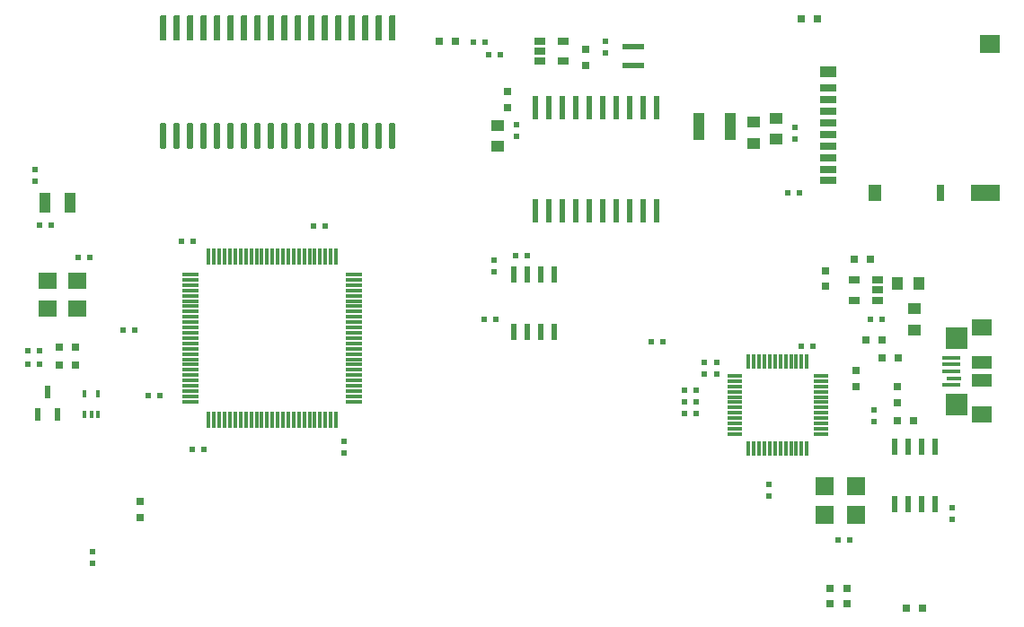
<source format=gtp>
G04 #@! TF.GenerationSoftware,KiCad,Pcbnew,(5.1.2)-1*
G04 #@! TF.CreationDate,2020-06-11T21:16:14+09:00*
G04 #@! TF.ProjectId,o2_breakout,6f325f62-7265-4616-9b6f-75742e6b6963,rev?*
G04 #@! TF.SameCoordinates,Original*
G04 #@! TF.FileFunction,Paste,Top*
G04 #@! TF.FilePolarity,Positive*
%FSLAX46Y46*%
G04 Gerber Fmt 4.6, Leading zero omitted, Abs format (unit mm)*
G04 Created by KiCad (PCBNEW (5.1.2)-1) date 2020-06-11 21:16:14*
%MOMM*%
%LPD*%
G04 APERTURE LIST*
%ADD10R,0.600000X0.500000*%
%ADD11R,1.100000X1.900000*%
%ADD12R,1.060000X0.650000*%
%ADD13R,0.800000X0.750000*%
%ADD14R,1.900000X1.800000*%
%ADD15R,2.800000X1.500000*%
%ADD16R,0.800000X1.500000*%
%ADD17R,1.200000X1.500000*%
%ADD18R,1.500000X1.000000*%
%ADD19R,1.500000X0.700000*%
%ADD20R,1.000000X2.500000*%
%ADD21R,0.500000X0.600000*%
%ADD22R,1.250000X1.000000*%
%ADD23R,0.600000X2.250000*%
%ADD24R,1.900000X1.200000*%
%ADD25R,1.750000X0.400000*%
%ADD26R,1.350000X0.400000*%
%ADD27R,1.900000X1.600000*%
%ADD28R,2.000000X2.100000*%
%ADD29R,0.600000X1.550000*%
%ADD30C,0.100000*%
%ADD31C,0.600000*%
%ADD32R,0.750000X0.800000*%
%ADD33R,0.400000X0.650000*%
%ADD34R,1.000000X1.250000*%
%ADD35R,1.760000X1.760000*%
%ADD36R,1.400000X0.300000*%
%ADD37R,0.300000X1.400000*%
%ADD38R,0.600000X1.300000*%
%ADD39R,1.800000X1.540000*%
%ADD40R,2.000000X0.600000*%
%ADD41R,1.500000X0.300000*%
%ADD42R,0.300000X1.500000*%
G04 APERTURE END LIST*
D10*
X116564500Y-107327700D03*
X115464500Y-107327700D03*
D11*
X108130300Y-89109860D03*
X105720300Y-89109860D03*
D10*
X105256240Y-91191080D03*
X106356240Y-91191080D03*
D12*
X152404900Y-73802200D03*
X152404900Y-74752200D03*
X152404900Y-75702200D03*
X154604900Y-75702200D03*
X154604900Y-73802200D03*
D10*
X147209600Y-73952100D03*
X146109600Y-73952100D03*
D13*
X144374300Y-73863200D03*
X142874300Y-73863200D03*
X176999200Y-71729600D03*
X178499200Y-71729600D03*
D14*
X194776500Y-74136000D03*
D15*
X194326500Y-88136000D03*
D16*
X190176500Y-88136000D03*
D17*
X183976500Y-88136000D03*
D18*
X179526500Y-76736000D03*
D19*
X179526500Y-86936000D03*
X179526500Y-85986000D03*
X179526500Y-84886000D03*
X179526500Y-83786000D03*
X179526500Y-82686000D03*
X179526500Y-81586000D03*
X179526500Y-80486000D03*
X179526500Y-79386000D03*
X179526500Y-78286000D03*
D20*
X170328720Y-81892140D03*
X167328720Y-81892140D03*
D21*
X110169400Y-121999000D03*
X110169400Y-123099000D03*
D22*
X174604680Y-81095340D03*
X174604680Y-83095340D03*
D10*
X147145920Y-100078540D03*
X148245920Y-100078540D03*
D23*
X151990500Y-89828500D03*
X153260500Y-89828500D03*
X154530500Y-89828500D03*
X155800500Y-89828500D03*
X157070500Y-89828500D03*
X158340500Y-89828500D03*
X159610500Y-89828500D03*
X160880500Y-89828500D03*
X162150500Y-89828500D03*
X163420500Y-89828500D03*
X163420500Y-80128500D03*
X162150500Y-80128500D03*
X160880500Y-80128500D03*
X159610500Y-80128500D03*
X158340500Y-80128500D03*
X157070500Y-80128500D03*
X155800500Y-80128500D03*
X154530500Y-80128500D03*
X153260500Y-80128500D03*
X151990500Y-80128500D03*
D24*
X194038220Y-104143440D03*
X194038220Y-105843440D03*
D25*
X191163220Y-106293440D03*
D26*
X191363220Y-105643440D03*
D25*
X191163220Y-104993440D03*
X191163220Y-104343440D03*
X191163220Y-103693440D03*
D27*
X194038220Y-100893440D03*
X194038220Y-109093440D03*
D28*
X191688220Y-101893440D03*
X191688220Y-108093440D03*
D21*
X169024300Y-105223400D03*
X169024300Y-104123400D03*
X167881300Y-105223400D03*
X167881300Y-104123400D03*
X104797300Y-85952500D03*
X104797300Y-87052500D03*
D29*
X149953980Y-101285020D03*
X151223980Y-101285020D03*
X152493980Y-101285020D03*
X153763980Y-101285020D03*
X153763980Y-95885020D03*
X152493980Y-95885020D03*
X151223980Y-95885020D03*
X149953980Y-95885020D03*
D30*
G36*
X138629703Y-81576722D02*
G01*
X138644264Y-81578882D01*
X138658543Y-81582459D01*
X138672403Y-81587418D01*
X138685710Y-81593712D01*
X138698336Y-81601280D01*
X138710159Y-81610048D01*
X138721066Y-81619934D01*
X138730952Y-81630841D01*
X138739720Y-81642664D01*
X138747288Y-81655290D01*
X138753582Y-81668597D01*
X138758541Y-81682457D01*
X138762118Y-81696736D01*
X138764278Y-81711297D01*
X138765000Y-81726000D01*
X138765000Y-83826000D01*
X138764278Y-83840703D01*
X138762118Y-83855264D01*
X138758541Y-83869543D01*
X138753582Y-83883403D01*
X138747288Y-83896710D01*
X138739720Y-83909336D01*
X138730952Y-83921159D01*
X138721066Y-83932066D01*
X138710159Y-83941952D01*
X138698336Y-83950720D01*
X138685710Y-83958288D01*
X138672403Y-83964582D01*
X138658543Y-83969541D01*
X138644264Y-83973118D01*
X138629703Y-83975278D01*
X138615000Y-83976000D01*
X138315000Y-83976000D01*
X138300297Y-83975278D01*
X138285736Y-83973118D01*
X138271457Y-83969541D01*
X138257597Y-83964582D01*
X138244290Y-83958288D01*
X138231664Y-83950720D01*
X138219841Y-83941952D01*
X138208934Y-83932066D01*
X138199048Y-83921159D01*
X138190280Y-83909336D01*
X138182712Y-83896710D01*
X138176418Y-83883403D01*
X138171459Y-83869543D01*
X138167882Y-83855264D01*
X138165722Y-83840703D01*
X138165000Y-83826000D01*
X138165000Y-81726000D01*
X138165722Y-81711297D01*
X138167882Y-81696736D01*
X138171459Y-81682457D01*
X138176418Y-81668597D01*
X138182712Y-81655290D01*
X138190280Y-81642664D01*
X138199048Y-81630841D01*
X138208934Y-81619934D01*
X138219841Y-81610048D01*
X138231664Y-81601280D01*
X138244290Y-81593712D01*
X138257597Y-81587418D01*
X138271457Y-81582459D01*
X138285736Y-81578882D01*
X138300297Y-81576722D01*
X138315000Y-81576000D01*
X138615000Y-81576000D01*
X138629703Y-81576722D01*
X138629703Y-81576722D01*
G37*
D31*
X138465000Y-82776000D03*
D30*
G36*
X137359703Y-81576722D02*
G01*
X137374264Y-81578882D01*
X137388543Y-81582459D01*
X137402403Y-81587418D01*
X137415710Y-81593712D01*
X137428336Y-81601280D01*
X137440159Y-81610048D01*
X137451066Y-81619934D01*
X137460952Y-81630841D01*
X137469720Y-81642664D01*
X137477288Y-81655290D01*
X137483582Y-81668597D01*
X137488541Y-81682457D01*
X137492118Y-81696736D01*
X137494278Y-81711297D01*
X137495000Y-81726000D01*
X137495000Y-83826000D01*
X137494278Y-83840703D01*
X137492118Y-83855264D01*
X137488541Y-83869543D01*
X137483582Y-83883403D01*
X137477288Y-83896710D01*
X137469720Y-83909336D01*
X137460952Y-83921159D01*
X137451066Y-83932066D01*
X137440159Y-83941952D01*
X137428336Y-83950720D01*
X137415710Y-83958288D01*
X137402403Y-83964582D01*
X137388543Y-83969541D01*
X137374264Y-83973118D01*
X137359703Y-83975278D01*
X137345000Y-83976000D01*
X137045000Y-83976000D01*
X137030297Y-83975278D01*
X137015736Y-83973118D01*
X137001457Y-83969541D01*
X136987597Y-83964582D01*
X136974290Y-83958288D01*
X136961664Y-83950720D01*
X136949841Y-83941952D01*
X136938934Y-83932066D01*
X136929048Y-83921159D01*
X136920280Y-83909336D01*
X136912712Y-83896710D01*
X136906418Y-83883403D01*
X136901459Y-83869543D01*
X136897882Y-83855264D01*
X136895722Y-83840703D01*
X136895000Y-83826000D01*
X136895000Y-81726000D01*
X136895722Y-81711297D01*
X136897882Y-81696736D01*
X136901459Y-81682457D01*
X136906418Y-81668597D01*
X136912712Y-81655290D01*
X136920280Y-81642664D01*
X136929048Y-81630841D01*
X136938934Y-81619934D01*
X136949841Y-81610048D01*
X136961664Y-81601280D01*
X136974290Y-81593712D01*
X136987597Y-81587418D01*
X137001457Y-81582459D01*
X137015736Y-81578882D01*
X137030297Y-81576722D01*
X137045000Y-81576000D01*
X137345000Y-81576000D01*
X137359703Y-81576722D01*
X137359703Y-81576722D01*
G37*
D31*
X137195000Y-82776000D03*
D30*
G36*
X136089703Y-81576722D02*
G01*
X136104264Y-81578882D01*
X136118543Y-81582459D01*
X136132403Y-81587418D01*
X136145710Y-81593712D01*
X136158336Y-81601280D01*
X136170159Y-81610048D01*
X136181066Y-81619934D01*
X136190952Y-81630841D01*
X136199720Y-81642664D01*
X136207288Y-81655290D01*
X136213582Y-81668597D01*
X136218541Y-81682457D01*
X136222118Y-81696736D01*
X136224278Y-81711297D01*
X136225000Y-81726000D01*
X136225000Y-83826000D01*
X136224278Y-83840703D01*
X136222118Y-83855264D01*
X136218541Y-83869543D01*
X136213582Y-83883403D01*
X136207288Y-83896710D01*
X136199720Y-83909336D01*
X136190952Y-83921159D01*
X136181066Y-83932066D01*
X136170159Y-83941952D01*
X136158336Y-83950720D01*
X136145710Y-83958288D01*
X136132403Y-83964582D01*
X136118543Y-83969541D01*
X136104264Y-83973118D01*
X136089703Y-83975278D01*
X136075000Y-83976000D01*
X135775000Y-83976000D01*
X135760297Y-83975278D01*
X135745736Y-83973118D01*
X135731457Y-83969541D01*
X135717597Y-83964582D01*
X135704290Y-83958288D01*
X135691664Y-83950720D01*
X135679841Y-83941952D01*
X135668934Y-83932066D01*
X135659048Y-83921159D01*
X135650280Y-83909336D01*
X135642712Y-83896710D01*
X135636418Y-83883403D01*
X135631459Y-83869543D01*
X135627882Y-83855264D01*
X135625722Y-83840703D01*
X135625000Y-83826000D01*
X135625000Y-81726000D01*
X135625722Y-81711297D01*
X135627882Y-81696736D01*
X135631459Y-81682457D01*
X135636418Y-81668597D01*
X135642712Y-81655290D01*
X135650280Y-81642664D01*
X135659048Y-81630841D01*
X135668934Y-81619934D01*
X135679841Y-81610048D01*
X135691664Y-81601280D01*
X135704290Y-81593712D01*
X135717597Y-81587418D01*
X135731457Y-81582459D01*
X135745736Y-81578882D01*
X135760297Y-81576722D01*
X135775000Y-81576000D01*
X136075000Y-81576000D01*
X136089703Y-81576722D01*
X136089703Y-81576722D01*
G37*
D31*
X135925000Y-82776000D03*
D30*
G36*
X134819703Y-81576722D02*
G01*
X134834264Y-81578882D01*
X134848543Y-81582459D01*
X134862403Y-81587418D01*
X134875710Y-81593712D01*
X134888336Y-81601280D01*
X134900159Y-81610048D01*
X134911066Y-81619934D01*
X134920952Y-81630841D01*
X134929720Y-81642664D01*
X134937288Y-81655290D01*
X134943582Y-81668597D01*
X134948541Y-81682457D01*
X134952118Y-81696736D01*
X134954278Y-81711297D01*
X134955000Y-81726000D01*
X134955000Y-83826000D01*
X134954278Y-83840703D01*
X134952118Y-83855264D01*
X134948541Y-83869543D01*
X134943582Y-83883403D01*
X134937288Y-83896710D01*
X134929720Y-83909336D01*
X134920952Y-83921159D01*
X134911066Y-83932066D01*
X134900159Y-83941952D01*
X134888336Y-83950720D01*
X134875710Y-83958288D01*
X134862403Y-83964582D01*
X134848543Y-83969541D01*
X134834264Y-83973118D01*
X134819703Y-83975278D01*
X134805000Y-83976000D01*
X134505000Y-83976000D01*
X134490297Y-83975278D01*
X134475736Y-83973118D01*
X134461457Y-83969541D01*
X134447597Y-83964582D01*
X134434290Y-83958288D01*
X134421664Y-83950720D01*
X134409841Y-83941952D01*
X134398934Y-83932066D01*
X134389048Y-83921159D01*
X134380280Y-83909336D01*
X134372712Y-83896710D01*
X134366418Y-83883403D01*
X134361459Y-83869543D01*
X134357882Y-83855264D01*
X134355722Y-83840703D01*
X134355000Y-83826000D01*
X134355000Y-81726000D01*
X134355722Y-81711297D01*
X134357882Y-81696736D01*
X134361459Y-81682457D01*
X134366418Y-81668597D01*
X134372712Y-81655290D01*
X134380280Y-81642664D01*
X134389048Y-81630841D01*
X134398934Y-81619934D01*
X134409841Y-81610048D01*
X134421664Y-81601280D01*
X134434290Y-81593712D01*
X134447597Y-81587418D01*
X134461457Y-81582459D01*
X134475736Y-81578882D01*
X134490297Y-81576722D01*
X134505000Y-81576000D01*
X134805000Y-81576000D01*
X134819703Y-81576722D01*
X134819703Y-81576722D01*
G37*
D31*
X134655000Y-82776000D03*
D30*
G36*
X133549703Y-81576722D02*
G01*
X133564264Y-81578882D01*
X133578543Y-81582459D01*
X133592403Y-81587418D01*
X133605710Y-81593712D01*
X133618336Y-81601280D01*
X133630159Y-81610048D01*
X133641066Y-81619934D01*
X133650952Y-81630841D01*
X133659720Y-81642664D01*
X133667288Y-81655290D01*
X133673582Y-81668597D01*
X133678541Y-81682457D01*
X133682118Y-81696736D01*
X133684278Y-81711297D01*
X133685000Y-81726000D01*
X133685000Y-83826000D01*
X133684278Y-83840703D01*
X133682118Y-83855264D01*
X133678541Y-83869543D01*
X133673582Y-83883403D01*
X133667288Y-83896710D01*
X133659720Y-83909336D01*
X133650952Y-83921159D01*
X133641066Y-83932066D01*
X133630159Y-83941952D01*
X133618336Y-83950720D01*
X133605710Y-83958288D01*
X133592403Y-83964582D01*
X133578543Y-83969541D01*
X133564264Y-83973118D01*
X133549703Y-83975278D01*
X133535000Y-83976000D01*
X133235000Y-83976000D01*
X133220297Y-83975278D01*
X133205736Y-83973118D01*
X133191457Y-83969541D01*
X133177597Y-83964582D01*
X133164290Y-83958288D01*
X133151664Y-83950720D01*
X133139841Y-83941952D01*
X133128934Y-83932066D01*
X133119048Y-83921159D01*
X133110280Y-83909336D01*
X133102712Y-83896710D01*
X133096418Y-83883403D01*
X133091459Y-83869543D01*
X133087882Y-83855264D01*
X133085722Y-83840703D01*
X133085000Y-83826000D01*
X133085000Y-81726000D01*
X133085722Y-81711297D01*
X133087882Y-81696736D01*
X133091459Y-81682457D01*
X133096418Y-81668597D01*
X133102712Y-81655290D01*
X133110280Y-81642664D01*
X133119048Y-81630841D01*
X133128934Y-81619934D01*
X133139841Y-81610048D01*
X133151664Y-81601280D01*
X133164290Y-81593712D01*
X133177597Y-81587418D01*
X133191457Y-81582459D01*
X133205736Y-81578882D01*
X133220297Y-81576722D01*
X133235000Y-81576000D01*
X133535000Y-81576000D01*
X133549703Y-81576722D01*
X133549703Y-81576722D01*
G37*
D31*
X133385000Y-82776000D03*
D30*
G36*
X132279703Y-81576722D02*
G01*
X132294264Y-81578882D01*
X132308543Y-81582459D01*
X132322403Y-81587418D01*
X132335710Y-81593712D01*
X132348336Y-81601280D01*
X132360159Y-81610048D01*
X132371066Y-81619934D01*
X132380952Y-81630841D01*
X132389720Y-81642664D01*
X132397288Y-81655290D01*
X132403582Y-81668597D01*
X132408541Y-81682457D01*
X132412118Y-81696736D01*
X132414278Y-81711297D01*
X132415000Y-81726000D01*
X132415000Y-83826000D01*
X132414278Y-83840703D01*
X132412118Y-83855264D01*
X132408541Y-83869543D01*
X132403582Y-83883403D01*
X132397288Y-83896710D01*
X132389720Y-83909336D01*
X132380952Y-83921159D01*
X132371066Y-83932066D01*
X132360159Y-83941952D01*
X132348336Y-83950720D01*
X132335710Y-83958288D01*
X132322403Y-83964582D01*
X132308543Y-83969541D01*
X132294264Y-83973118D01*
X132279703Y-83975278D01*
X132265000Y-83976000D01*
X131965000Y-83976000D01*
X131950297Y-83975278D01*
X131935736Y-83973118D01*
X131921457Y-83969541D01*
X131907597Y-83964582D01*
X131894290Y-83958288D01*
X131881664Y-83950720D01*
X131869841Y-83941952D01*
X131858934Y-83932066D01*
X131849048Y-83921159D01*
X131840280Y-83909336D01*
X131832712Y-83896710D01*
X131826418Y-83883403D01*
X131821459Y-83869543D01*
X131817882Y-83855264D01*
X131815722Y-83840703D01*
X131815000Y-83826000D01*
X131815000Y-81726000D01*
X131815722Y-81711297D01*
X131817882Y-81696736D01*
X131821459Y-81682457D01*
X131826418Y-81668597D01*
X131832712Y-81655290D01*
X131840280Y-81642664D01*
X131849048Y-81630841D01*
X131858934Y-81619934D01*
X131869841Y-81610048D01*
X131881664Y-81601280D01*
X131894290Y-81593712D01*
X131907597Y-81587418D01*
X131921457Y-81582459D01*
X131935736Y-81578882D01*
X131950297Y-81576722D01*
X131965000Y-81576000D01*
X132265000Y-81576000D01*
X132279703Y-81576722D01*
X132279703Y-81576722D01*
G37*
D31*
X132115000Y-82776000D03*
D30*
G36*
X131009703Y-81576722D02*
G01*
X131024264Y-81578882D01*
X131038543Y-81582459D01*
X131052403Y-81587418D01*
X131065710Y-81593712D01*
X131078336Y-81601280D01*
X131090159Y-81610048D01*
X131101066Y-81619934D01*
X131110952Y-81630841D01*
X131119720Y-81642664D01*
X131127288Y-81655290D01*
X131133582Y-81668597D01*
X131138541Y-81682457D01*
X131142118Y-81696736D01*
X131144278Y-81711297D01*
X131145000Y-81726000D01*
X131145000Y-83826000D01*
X131144278Y-83840703D01*
X131142118Y-83855264D01*
X131138541Y-83869543D01*
X131133582Y-83883403D01*
X131127288Y-83896710D01*
X131119720Y-83909336D01*
X131110952Y-83921159D01*
X131101066Y-83932066D01*
X131090159Y-83941952D01*
X131078336Y-83950720D01*
X131065710Y-83958288D01*
X131052403Y-83964582D01*
X131038543Y-83969541D01*
X131024264Y-83973118D01*
X131009703Y-83975278D01*
X130995000Y-83976000D01*
X130695000Y-83976000D01*
X130680297Y-83975278D01*
X130665736Y-83973118D01*
X130651457Y-83969541D01*
X130637597Y-83964582D01*
X130624290Y-83958288D01*
X130611664Y-83950720D01*
X130599841Y-83941952D01*
X130588934Y-83932066D01*
X130579048Y-83921159D01*
X130570280Y-83909336D01*
X130562712Y-83896710D01*
X130556418Y-83883403D01*
X130551459Y-83869543D01*
X130547882Y-83855264D01*
X130545722Y-83840703D01*
X130545000Y-83826000D01*
X130545000Y-81726000D01*
X130545722Y-81711297D01*
X130547882Y-81696736D01*
X130551459Y-81682457D01*
X130556418Y-81668597D01*
X130562712Y-81655290D01*
X130570280Y-81642664D01*
X130579048Y-81630841D01*
X130588934Y-81619934D01*
X130599841Y-81610048D01*
X130611664Y-81601280D01*
X130624290Y-81593712D01*
X130637597Y-81587418D01*
X130651457Y-81582459D01*
X130665736Y-81578882D01*
X130680297Y-81576722D01*
X130695000Y-81576000D01*
X130995000Y-81576000D01*
X131009703Y-81576722D01*
X131009703Y-81576722D01*
G37*
D31*
X130845000Y-82776000D03*
D30*
G36*
X129739703Y-81576722D02*
G01*
X129754264Y-81578882D01*
X129768543Y-81582459D01*
X129782403Y-81587418D01*
X129795710Y-81593712D01*
X129808336Y-81601280D01*
X129820159Y-81610048D01*
X129831066Y-81619934D01*
X129840952Y-81630841D01*
X129849720Y-81642664D01*
X129857288Y-81655290D01*
X129863582Y-81668597D01*
X129868541Y-81682457D01*
X129872118Y-81696736D01*
X129874278Y-81711297D01*
X129875000Y-81726000D01*
X129875000Y-83826000D01*
X129874278Y-83840703D01*
X129872118Y-83855264D01*
X129868541Y-83869543D01*
X129863582Y-83883403D01*
X129857288Y-83896710D01*
X129849720Y-83909336D01*
X129840952Y-83921159D01*
X129831066Y-83932066D01*
X129820159Y-83941952D01*
X129808336Y-83950720D01*
X129795710Y-83958288D01*
X129782403Y-83964582D01*
X129768543Y-83969541D01*
X129754264Y-83973118D01*
X129739703Y-83975278D01*
X129725000Y-83976000D01*
X129425000Y-83976000D01*
X129410297Y-83975278D01*
X129395736Y-83973118D01*
X129381457Y-83969541D01*
X129367597Y-83964582D01*
X129354290Y-83958288D01*
X129341664Y-83950720D01*
X129329841Y-83941952D01*
X129318934Y-83932066D01*
X129309048Y-83921159D01*
X129300280Y-83909336D01*
X129292712Y-83896710D01*
X129286418Y-83883403D01*
X129281459Y-83869543D01*
X129277882Y-83855264D01*
X129275722Y-83840703D01*
X129275000Y-83826000D01*
X129275000Y-81726000D01*
X129275722Y-81711297D01*
X129277882Y-81696736D01*
X129281459Y-81682457D01*
X129286418Y-81668597D01*
X129292712Y-81655290D01*
X129300280Y-81642664D01*
X129309048Y-81630841D01*
X129318934Y-81619934D01*
X129329841Y-81610048D01*
X129341664Y-81601280D01*
X129354290Y-81593712D01*
X129367597Y-81587418D01*
X129381457Y-81582459D01*
X129395736Y-81578882D01*
X129410297Y-81576722D01*
X129425000Y-81576000D01*
X129725000Y-81576000D01*
X129739703Y-81576722D01*
X129739703Y-81576722D01*
G37*
D31*
X129575000Y-82776000D03*
D30*
G36*
X128469703Y-81576722D02*
G01*
X128484264Y-81578882D01*
X128498543Y-81582459D01*
X128512403Y-81587418D01*
X128525710Y-81593712D01*
X128538336Y-81601280D01*
X128550159Y-81610048D01*
X128561066Y-81619934D01*
X128570952Y-81630841D01*
X128579720Y-81642664D01*
X128587288Y-81655290D01*
X128593582Y-81668597D01*
X128598541Y-81682457D01*
X128602118Y-81696736D01*
X128604278Y-81711297D01*
X128605000Y-81726000D01*
X128605000Y-83826000D01*
X128604278Y-83840703D01*
X128602118Y-83855264D01*
X128598541Y-83869543D01*
X128593582Y-83883403D01*
X128587288Y-83896710D01*
X128579720Y-83909336D01*
X128570952Y-83921159D01*
X128561066Y-83932066D01*
X128550159Y-83941952D01*
X128538336Y-83950720D01*
X128525710Y-83958288D01*
X128512403Y-83964582D01*
X128498543Y-83969541D01*
X128484264Y-83973118D01*
X128469703Y-83975278D01*
X128455000Y-83976000D01*
X128155000Y-83976000D01*
X128140297Y-83975278D01*
X128125736Y-83973118D01*
X128111457Y-83969541D01*
X128097597Y-83964582D01*
X128084290Y-83958288D01*
X128071664Y-83950720D01*
X128059841Y-83941952D01*
X128048934Y-83932066D01*
X128039048Y-83921159D01*
X128030280Y-83909336D01*
X128022712Y-83896710D01*
X128016418Y-83883403D01*
X128011459Y-83869543D01*
X128007882Y-83855264D01*
X128005722Y-83840703D01*
X128005000Y-83826000D01*
X128005000Y-81726000D01*
X128005722Y-81711297D01*
X128007882Y-81696736D01*
X128011459Y-81682457D01*
X128016418Y-81668597D01*
X128022712Y-81655290D01*
X128030280Y-81642664D01*
X128039048Y-81630841D01*
X128048934Y-81619934D01*
X128059841Y-81610048D01*
X128071664Y-81601280D01*
X128084290Y-81593712D01*
X128097597Y-81587418D01*
X128111457Y-81582459D01*
X128125736Y-81578882D01*
X128140297Y-81576722D01*
X128155000Y-81576000D01*
X128455000Y-81576000D01*
X128469703Y-81576722D01*
X128469703Y-81576722D01*
G37*
D31*
X128305000Y-82776000D03*
D30*
G36*
X127199703Y-81576722D02*
G01*
X127214264Y-81578882D01*
X127228543Y-81582459D01*
X127242403Y-81587418D01*
X127255710Y-81593712D01*
X127268336Y-81601280D01*
X127280159Y-81610048D01*
X127291066Y-81619934D01*
X127300952Y-81630841D01*
X127309720Y-81642664D01*
X127317288Y-81655290D01*
X127323582Y-81668597D01*
X127328541Y-81682457D01*
X127332118Y-81696736D01*
X127334278Y-81711297D01*
X127335000Y-81726000D01*
X127335000Y-83826000D01*
X127334278Y-83840703D01*
X127332118Y-83855264D01*
X127328541Y-83869543D01*
X127323582Y-83883403D01*
X127317288Y-83896710D01*
X127309720Y-83909336D01*
X127300952Y-83921159D01*
X127291066Y-83932066D01*
X127280159Y-83941952D01*
X127268336Y-83950720D01*
X127255710Y-83958288D01*
X127242403Y-83964582D01*
X127228543Y-83969541D01*
X127214264Y-83973118D01*
X127199703Y-83975278D01*
X127185000Y-83976000D01*
X126885000Y-83976000D01*
X126870297Y-83975278D01*
X126855736Y-83973118D01*
X126841457Y-83969541D01*
X126827597Y-83964582D01*
X126814290Y-83958288D01*
X126801664Y-83950720D01*
X126789841Y-83941952D01*
X126778934Y-83932066D01*
X126769048Y-83921159D01*
X126760280Y-83909336D01*
X126752712Y-83896710D01*
X126746418Y-83883403D01*
X126741459Y-83869543D01*
X126737882Y-83855264D01*
X126735722Y-83840703D01*
X126735000Y-83826000D01*
X126735000Y-81726000D01*
X126735722Y-81711297D01*
X126737882Y-81696736D01*
X126741459Y-81682457D01*
X126746418Y-81668597D01*
X126752712Y-81655290D01*
X126760280Y-81642664D01*
X126769048Y-81630841D01*
X126778934Y-81619934D01*
X126789841Y-81610048D01*
X126801664Y-81601280D01*
X126814290Y-81593712D01*
X126827597Y-81587418D01*
X126841457Y-81582459D01*
X126855736Y-81578882D01*
X126870297Y-81576722D01*
X126885000Y-81576000D01*
X127185000Y-81576000D01*
X127199703Y-81576722D01*
X127199703Y-81576722D01*
G37*
D31*
X127035000Y-82776000D03*
D30*
G36*
X125929703Y-81576722D02*
G01*
X125944264Y-81578882D01*
X125958543Y-81582459D01*
X125972403Y-81587418D01*
X125985710Y-81593712D01*
X125998336Y-81601280D01*
X126010159Y-81610048D01*
X126021066Y-81619934D01*
X126030952Y-81630841D01*
X126039720Y-81642664D01*
X126047288Y-81655290D01*
X126053582Y-81668597D01*
X126058541Y-81682457D01*
X126062118Y-81696736D01*
X126064278Y-81711297D01*
X126065000Y-81726000D01*
X126065000Y-83826000D01*
X126064278Y-83840703D01*
X126062118Y-83855264D01*
X126058541Y-83869543D01*
X126053582Y-83883403D01*
X126047288Y-83896710D01*
X126039720Y-83909336D01*
X126030952Y-83921159D01*
X126021066Y-83932066D01*
X126010159Y-83941952D01*
X125998336Y-83950720D01*
X125985710Y-83958288D01*
X125972403Y-83964582D01*
X125958543Y-83969541D01*
X125944264Y-83973118D01*
X125929703Y-83975278D01*
X125915000Y-83976000D01*
X125615000Y-83976000D01*
X125600297Y-83975278D01*
X125585736Y-83973118D01*
X125571457Y-83969541D01*
X125557597Y-83964582D01*
X125544290Y-83958288D01*
X125531664Y-83950720D01*
X125519841Y-83941952D01*
X125508934Y-83932066D01*
X125499048Y-83921159D01*
X125490280Y-83909336D01*
X125482712Y-83896710D01*
X125476418Y-83883403D01*
X125471459Y-83869543D01*
X125467882Y-83855264D01*
X125465722Y-83840703D01*
X125465000Y-83826000D01*
X125465000Y-81726000D01*
X125465722Y-81711297D01*
X125467882Y-81696736D01*
X125471459Y-81682457D01*
X125476418Y-81668597D01*
X125482712Y-81655290D01*
X125490280Y-81642664D01*
X125499048Y-81630841D01*
X125508934Y-81619934D01*
X125519841Y-81610048D01*
X125531664Y-81601280D01*
X125544290Y-81593712D01*
X125557597Y-81587418D01*
X125571457Y-81582459D01*
X125585736Y-81578882D01*
X125600297Y-81576722D01*
X125615000Y-81576000D01*
X125915000Y-81576000D01*
X125929703Y-81576722D01*
X125929703Y-81576722D01*
G37*
D31*
X125765000Y-82776000D03*
D30*
G36*
X124659703Y-81576722D02*
G01*
X124674264Y-81578882D01*
X124688543Y-81582459D01*
X124702403Y-81587418D01*
X124715710Y-81593712D01*
X124728336Y-81601280D01*
X124740159Y-81610048D01*
X124751066Y-81619934D01*
X124760952Y-81630841D01*
X124769720Y-81642664D01*
X124777288Y-81655290D01*
X124783582Y-81668597D01*
X124788541Y-81682457D01*
X124792118Y-81696736D01*
X124794278Y-81711297D01*
X124795000Y-81726000D01*
X124795000Y-83826000D01*
X124794278Y-83840703D01*
X124792118Y-83855264D01*
X124788541Y-83869543D01*
X124783582Y-83883403D01*
X124777288Y-83896710D01*
X124769720Y-83909336D01*
X124760952Y-83921159D01*
X124751066Y-83932066D01*
X124740159Y-83941952D01*
X124728336Y-83950720D01*
X124715710Y-83958288D01*
X124702403Y-83964582D01*
X124688543Y-83969541D01*
X124674264Y-83973118D01*
X124659703Y-83975278D01*
X124645000Y-83976000D01*
X124345000Y-83976000D01*
X124330297Y-83975278D01*
X124315736Y-83973118D01*
X124301457Y-83969541D01*
X124287597Y-83964582D01*
X124274290Y-83958288D01*
X124261664Y-83950720D01*
X124249841Y-83941952D01*
X124238934Y-83932066D01*
X124229048Y-83921159D01*
X124220280Y-83909336D01*
X124212712Y-83896710D01*
X124206418Y-83883403D01*
X124201459Y-83869543D01*
X124197882Y-83855264D01*
X124195722Y-83840703D01*
X124195000Y-83826000D01*
X124195000Y-81726000D01*
X124195722Y-81711297D01*
X124197882Y-81696736D01*
X124201459Y-81682457D01*
X124206418Y-81668597D01*
X124212712Y-81655290D01*
X124220280Y-81642664D01*
X124229048Y-81630841D01*
X124238934Y-81619934D01*
X124249841Y-81610048D01*
X124261664Y-81601280D01*
X124274290Y-81593712D01*
X124287597Y-81587418D01*
X124301457Y-81582459D01*
X124315736Y-81578882D01*
X124330297Y-81576722D01*
X124345000Y-81576000D01*
X124645000Y-81576000D01*
X124659703Y-81576722D01*
X124659703Y-81576722D01*
G37*
D31*
X124495000Y-82776000D03*
D30*
G36*
X123389703Y-81576722D02*
G01*
X123404264Y-81578882D01*
X123418543Y-81582459D01*
X123432403Y-81587418D01*
X123445710Y-81593712D01*
X123458336Y-81601280D01*
X123470159Y-81610048D01*
X123481066Y-81619934D01*
X123490952Y-81630841D01*
X123499720Y-81642664D01*
X123507288Y-81655290D01*
X123513582Y-81668597D01*
X123518541Y-81682457D01*
X123522118Y-81696736D01*
X123524278Y-81711297D01*
X123525000Y-81726000D01*
X123525000Y-83826000D01*
X123524278Y-83840703D01*
X123522118Y-83855264D01*
X123518541Y-83869543D01*
X123513582Y-83883403D01*
X123507288Y-83896710D01*
X123499720Y-83909336D01*
X123490952Y-83921159D01*
X123481066Y-83932066D01*
X123470159Y-83941952D01*
X123458336Y-83950720D01*
X123445710Y-83958288D01*
X123432403Y-83964582D01*
X123418543Y-83969541D01*
X123404264Y-83973118D01*
X123389703Y-83975278D01*
X123375000Y-83976000D01*
X123075000Y-83976000D01*
X123060297Y-83975278D01*
X123045736Y-83973118D01*
X123031457Y-83969541D01*
X123017597Y-83964582D01*
X123004290Y-83958288D01*
X122991664Y-83950720D01*
X122979841Y-83941952D01*
X122968934Y-83932066D01*
X122959048Y-83921159D01*
X122950280Y-83909336D01*
X122942712Y-83896710D01*
X122936418Y-83883403D01*
X122931459Y-83869543D01*
X122927882Y-83855264D01*
X122925722Y-83840703D01*
X122925000Y-83826000D01*
X122925000Y-81726000D01*
X122925722Y-81711297D01*
X122927882Y-81696736D01*
X122931459Y-81682457D01*
X122936418Y-81668597D01*
X122942712Y-81655290D01*
X122950280Y-81642664D01*
X122959048Y-81630841D01*
X122968934Y-81619934D01*
X122979841Y-81610048D01*
X122991664Y-81601280D01*
X123004290Y-81593712D01*
X123017597Y-81587418D01*
X123031457Y-81582459D01*
X123045736Y-81578882D01*
X123060297Y-81576722D01*
X123075000Y-81576000D01*
X123375000Y-81576000D01*
X123389703Y-81576722D01*
X123389703Y-81576722D01*
G37*
D31*
X123225000Y-82776000D03*
D30*
G36*
X122119703Y-81576722D02*
G01*
X122134264Y-81578882D01*
X122148543Y-81582459D01*
X122162403Y-81587418D01*
X122175710Y-81593712D01*
X122188336Y-81601280D01*
X122200159Y-81610048D01*
X122211066Y-81619934D01*
X122220952Y-81630841D01*
X122229720Y-81642664D01*
X122237288Y-81655290D01*
X122243582Y-81668597D01*
X122248541Y-81682457D01*
X122252118Y-81696736D01*
X122254278Y-81711297D01*
X122255000Y-81726000D01*
X122255000Y-83826000D01*
X122254278Y-83840703D01*
X122252118Y-83855264D01*
X122248541Y-83869543D01*
X122243582Y-83883403D01*
X122237288Y-83896710D01*
X122229720Y-83909336D01*
X122220952Y-83921159D01*
X122211066Y-83932066D01*
X122200159Y-83941952D01*
X122188336Y-83950720D01*
X122175710Y-83958288D01*
X122162403Y-83964582D01*
X122148543Y-83969541D01*
X122134264Y-83973118D01*
X122119703Y-83975278D01*
X122105000Y-83976000D01*
X121805000Y-83976000D01*
X121790297Y-83975278D01*
X121775736Y-83973118D01*
X121761457Y-83969541D01*
X121747597Y-83964582D01*
X121734290Y-83958288D01*
X121721664Y-83950720D01*
X121709841Y-83941952D01*
X121698934Y-83932066D01*
X121689048Y-83921159D01*
X121680280Y-83909336D01*
X121672712Y-83896710D01*
X121666418Y-83883403D01*
X121661459Y-83869543D01*
X121657882Y-83855264D01*
X121655722Y-83840703D01*
X121655000Y-83826000D01*
X121655000Y-81726000D01*
X121655722Y-81711297D01*
X121657882Y-81696736D01*
X121661459Y-81682457D01*
X121666418Y-81668597D01*
X121672712Y-81655290D01*
X121680280Y-81642664D01*
X121689048Y-81630841D01*
X121698934Y-81619934D01*
X121709841Y-81610048D01*
X121721664Y-81601280D01*
X121734290Y-81593712D01*
X121747597Y-81587418D01*
X121761457Y-81582459D01*
X121775736Y-81578882D01*
X121790297Y-81576722D01*
X121805000Y-81576000D01*
X122105000Y-81576000D01*
X122119703Y-81576722D01*
X122119703Y-81576722D01*
G37*
D31*
X121955000Y-82776000D03*
D30*
G36*
X120849703Y-81576722D02*
G01*
X120864264Y-81578882D01*
X120878543Y-81582459D01*
X120892403Y-81587418D01*
X120905710Y-81593712D01*
X120918336Y-81601280D01*
X120930159Y-81610048D01*
X120941066Y-81619934D01*
X120950952Y-81630841D01*
X120959720Y-81642664D01*
X120967288Y-81655290D01*
X120973582Y-81668597D01*
X120978541Y-81682457D01*
X120982118Y-81696736D01*
X120984278Y-81711297D01*
X120985000Y-81726000D01*
X120985000Y-83826000D01*
X120984278Y-83840703D01*
X120982118Y-83855264D01*
X120978541Y-83869543D01*
X120973582Y-83883403D01*
X120967288Y-83896710D01*
X120959720Y-83909336D01*
X120950952Y-83921159D01*
X120941066Y-83932066D01*
X120930159Y-83941952D01*
X120918336Y-83950720D01*
X120905710Y-83958288D01*
X120892403Y-83964582D01*
X120878543Y-83969541D01*
X120864264Y-83973118D01*
X120849703Y-83975278D01*
X120835000Y-83976000D01*
X120535000Y-83976000D01*
X120520297Y-83975278D01*
X120505736Y-83973118D01*
X120491457Y-83969541D01*
X120477597Y-83964582D01*
X120464290Y-83958288D01*
X120451664Y-83950720D01*
X120439841Y-83941952D01*
X120428934Y-83932066D01*
X120419048Y-83921159D01*
X120410280Y-83909336D01*
X120402712Y-83896710D01*
X120396418Y-83883403D01*
X120391459Y-83869543D01*
X120387882Y-83855264D01*
X120385722Y-83840703D01*
X120385000Y-83826000D01*
X120385000Y-81726000D01*
X120385722Y-81711297D01*
X120387882Y-81696736D01*
X120391459Y-81682457D01*
X120396418Y-81668597D01*
X120402712Y-81655290D01*
X120410280Y-81642664D01*
X120419048Y-81630841D01*
X120428934Y-81619934D01*
X120439841Y-81610048D01*
X120451664Y-81601280D01*
X120464290Y-81593712D01*
X120477597Y-81587418D01*
X120491457Y-81582459D01*
X120505736Y-81578882D01*
X120520297Y-81576722D01*
X120535000Y-81576000D01*
X120835000Y-81576000D01*
X120849703Y-81576722D01*
X120849703Y-81576722D01*
G37*
D31*
X120685000Y-82776000D03*
D30*
G36*
X119579703Y-81576722D02*
G01*
X119594264Y-81578882D01*
X119608543Y-81582459D01*
X119622403Y-81587418D01*
X119635710Y-81593712D01*
X119648336Y-81601280D01*
X119660159Y-81610048D01*
X119671066Y-81619934D01*
X119680952Y-81630841D01*
X119689720Y-81642664D01*
X119697288Y-81655290D01*
X119703582Y-81668597D01*
X119708541Y-81682457D01*
X119712118Y-81696736D01*
X119714278Y-81711297D01*
X119715000Y-81726000D01*
X119715000Y-83826000D01*
X119714278Y-83840703D01*
X119712118Y-83855264D01*
X119708541Y-83869543D01*
X119703582Y-83883403D01*
X119697288Y-83896710D01*
X119689720Y-83909336D01*
X119680952Y-83921159D01*
X119671066Y-83932066D01*
X119660159Y-83941952D01*
X119648336Y-83950720D01*
X119635710Y-83958288D01*
X119622403Y-83964582D01*
X119608543Y-83969541D01*
X119594264Y-83973118D01*
X119579703Y-83975278D01*
X119565000Y-83976000D01*
X119265000Y-83976000D01*
X119250297Y-83975278D01*
X119235736Y-83973118D01*
X119221457Y-83969541D01*
X119207597Y-83964582D01*
X119194290Y-83958288D01*
X119181664Y-83950720D01*
X119169841Y-83941952D01*
X119158934Y-83932066D01*
X119149048Y-83921159D01*
X119140280Y-83909336D01*
X119132712Y-83896710D01*
X119126418Y-83883403D01*
X119121459Y-83869543D01*
X119117882Y-83855264D01*
X119115722Y-83840703D01*
X119115000Y-83826000D01*
X119115000Y-81726000D01*
X119115722Y-81711297D01*
X119117882Y-81696736D01*
X119121459Y-81682457D01*
X119126418Y-81668597D01*
X119132712Y-81655290D01*
X119140280Y-81642664D01*
X119149048Y-81630841D01*
X119158934Y-81619934D01*
X119169841Y-81610048D01*
X119181664Y-81601280D01*
X119194290Y-81593712D01*
X119207597Y-81587418D01*
X119221457Y-81582459D01*
X119235736Y-81578882D01*
X119250297Y-81576722D01*
X119265000Y-81576000D01*
X119565000Y-81576000D01*
X119579703Y-81576722D01*
X119579703Y-81576722D01*
G37*
D31*
X119415000Y-82776000D03*
D30*
G36*
X118309703Y-81576722D02*
G01*
X118324264Y-81578882D01*
X118338543Y-81582459D01*
X118352403Y-81587418D01*
X118365710Y-81593712D01*
X118378336Y-81601280D01*
X118390159Y-81610048D01*
X118401066Y-81619934D01*
X118410952Y-81630841D01*
X118419720Y-81642664D01*
X118427288Y-81655290D01*
X118433582Y-81668597D01*
X118438541Y-81682457D01*
X118442118Y-81696736D01*
X118444278Y-81711297D01*
X118445000Y-81726000D01*
X118445000Y-83826000D01*
X118444278Y-83840703D01*
X118442118Y-83855264D01*
X118438541Y-83869543D01*
X118433582Y-83883403D01*
X118427288Y-83896710D01*
X118419720Y-83909336D01*
X118410952Y-83921159D01*
X118401066Y-83932066D01*
X118390159Y-83941952D01*
X118378336Y-83950720D01*
X118365710Y-83958288D01*
X118352403Y-83964582D01*
X118338543Y-83969541D01*
X118324264Y-83973118D01*
X118309703Y-83975278D01*
X118295000Y-83976000D01*
X117995000Y-83976000D01*
X117980297Y-83975278D01*
X117965736Y-83973118D01*
X117951457Y-83969541D01*
X117937597Y-83964582D01*
X117924290Y-83958288D01*
X117911664Y-83950720D01*
X117899841Y-83941952D01*
X117888934Y-83932066D01*
X117879048Y-83921159D01*
X117870280Y-83909336D01*
X117862712Y-83896710D01*
X117856418Y-83883403D01*
X117851459Y-83869543D01*
X117847882Y-83855264D01*
X117845722Y-83840703D01*
X117845000Y-83826000D01*
X117845000Y-81726000D01*
X117845722Y-81711297D01*
X117847882Y-81696736D01*
X117851459Y-81682457D01*
X117856418Y-81668597D01*
X117862712Y-81655290D01*
X117870280Y-81642664D01*
X117879048Y-81630841D01*
X117888934Y-81619934D01*
X117899841Y-81610048D01*
X117911664Y-81601280D01*
X117924290Y-81593712D01*
X117937597Y-81587418D01*
X117951457Y-81582459D01*
X117965736Y-81578882D01*
X117980297Y-81576722D01*
X117995000Y-81576000D01*
X118295000Y-81576000D01*
X118309703Y-81576722D01*
X118309703Y-81576722D01*
G37*
D31*
X118145000Y-82776000D03*
D30*
G36*
X117039703Y-81576722D02*
G01*
X117054264Y-81578882D01*
X117068543Y-81582459D01*
X117082403Y-81587418D01*
X117095710Y-81593712D01*
X117108336Y-81601280D01*
X117120159Y-81610048D01*
X117131066Y-81619934D01*
X117140952Y-81630841D01*
X117149720Y-81642664D01*
X117157288Y-81655290D01*
X117163582Y-81668597D01*
X117168541Y-81682457D01*
X117172118Y-81696736D01*
X117174278Y-81711297D01*
X117175000Y-81726000D01*
X117175000Y-83826000D01*
X117174278Y-83840703D01*
X117172118Y-83855264D01*
X117168541Y-83869543D01*
X117163582Y-83883403D01*
X117157288Y-83896710D01*
X117149720Y-83909336D01*
X117140952Y-83921159D01*
X117131066Y-83932066D01*
X117120159Y-83941952D01*
X117108336Y-83950720D01*
X117095710Y-83958288D01*
X117082403Y-83964582D01*
X117068543Y-83969541D01*
X117054264Y-83973118D01*
X117039703Y-83975278D01*
X117025000Y-83976000D01*
X116725000Y-83976000D01*
X116710297Y-83975278D01*
X116695736Y-83973118D01*
X116681457Y-83969541D01*
X116667597Y-83964582D01*
X116654290Y-83958288D01*
X116641664Y-83950720D01*
X116629841Y-83941952D01*
X116618934Y-83932066D01*
X116609048Y-83921159D01*
X116600280Y-83909336D01*
X116592712Y-83896710D01*
X116586418Y-83883403D01*
X116581459Y-83869543D01*
X116577882Y-83855264D01*
X116575722Y-83840703D01*
X116575000Y-83826000D01*
X116575000Y-81726000D01*
X116575722Y-81711297D01*
X116577882Y-81696736D01*
X116581459Y-81682457D01*
X116586418Y-81668597D01*
X116592712Y-81655290D01*
X116600280Y-81642664D01*
X116609048Y-81630841D01*
X116618934Y-81619934D01*
X116629841Y-81610048D01*
X116641664Y-81601280D01*
X116654290Y-81593712D01*
X116667597Y-81587418D01*
X116681457Y-81582459D01*
X116695736Y-81578882D01*
X116710297Y-81576722D01*
X116725000Y-81576000D01*
X117025000Y-81576000D01*
X117039703Y-81576722D01*
X117039703Y-81576722D01*
G37*
D31*
X116875000Y-82776000D03*
D30*
G36*
X117039703Y-71376722D02*
G01*
X117054264Y-71378882D01*
X117068543Y-71382459D01*
X117082403Y-71387418D01*
X117095710Y-71393712D01*
X117108336Y-71401280D01*
X117120159Y-71410048D01*
X117131066Y-71419934D01*
X117140952Y-71430841D01*
X117149720Y-71442664D01*
X117157288Y-71455290D01*
X117163582Y-71468597D01*
X117168541Y-71482457D01*
X117172118Y-71496736D01*
X117174278Y-71511297D01*
X117175000Y-71526000D01*
X117175000Y-73626000D01*
X117174278Y-73640703D01*
X117172118Y-73655264D01*
X117168541Y-73669543D01*
X117163582Y-73683403D01*
X117157288Y-73696710D01*
X117149720Y-73709336D01*
X117140952Y-73721159D01*
X117131066Y-73732066D01*
X117120159Y-73741952D01*
X117108336Y-73750720D01*
X117095710Y-73758288D01*
X117082403Y-73764582D01*
X117068543Y-73769541D01*
X117054264Y-73773118D01*
X117039703Y-73775278D01*
X117025000Y-73776000D01*
X116725000Y-73776000D01*
X116710297Y-73775278D01*
X116695736Y-73773118D01*
X116681457Y-73769541D01*
X116667597Y-73764582D01*
X116654290Y-73758288D01*
X116641664Y-73750720D01*
X116629841Y-73741952D01*
X116618934Y-73732066D01*
X116609048Y-73721159D01*
X116600280Y-73709336D01*
X116592712Y-73696710D01*
X116586418Y-73683403D01*
X116581459Y-73669543D01*
X116577882Y-73655264D01*
X116575722Y-73640703D01*
X116575000Y-73626000D01*
X116575000Y-71526000D01*
X116575722Y-71511297D01*
X116577882Y-71496736D01*
X116581459Y-71482457D01*
X116586418Y-71468597D01*
X116592712Y-71455290D01*
X116600280Y-71442664D01*
X116609048Y-71430841D01*
X116618934Y-71419934D01*
X116629841Y-71410048D01*
X116641664Y-71401280D01*
X116654290Y-71393712D01*
X116667597Y-71387418D01*
X116681457Y-71382459D01*
X116695736Y-71378882D01*
X116710297Y-71376722D01*
X116725000Y-71376000D01*
X117025000Y-71376000D01*
X117039703Y-71376722D01*
X117039703Y-71376722D01*
G37*
D31*
X116875000Y-72576000D03*
D30*
G36*
X118309703Y-71376722D02*
G01*
X118324264Y-71378882D01*
X118338543Y-71382459D01*
X118352403Y-71387418D01*
X118365710Y-71393712D01*
X118378336Y-71401280D01*
X118390159Y-71410048D01*
X118401066Y-71419934D01*
X118410952Y-71430841D01*
X118419720Y-71442664D01*
X118427288Y-71455290D01*
X118433582Y-71468597D01*
X118438541Y-71482457D01*
X118442118Y-71496736D01*
X118444278Y-71511297D01*
X118445000Y-71526000D01*
X118445000Y-73626000D01*
X118444278Y-73640703D01*
X118442118Y-73655264D01*
X118438541Y-73669543D01*
X118433582Y-73683403D01*
X118427288Y-73696710D01*
X118419720Y-73709336D01*
X118410952Y-73721159D01*
X118401066Y-73732066D01*
X118390159Y-73741952D01*
X118378336Y-73750720D01*
X118365710Y-73758288D01*
X118352403Y-73764582D01*
X118338543Y-73769541D01*
X118324264Y-73773118D01*
X118309703Y-73775278D01*
X118295000Y-73776000D01*
X117995000Y-73776000D01*
X117980297Y-73775278D01*
X117965736Y-73773118D01*
X117951457Y-73769541D01*
X117937597Y-73764582D01*
X117924290Y-73758288D01*
X117911664Y-73750720D01*
X117899841Y-73741952D01*
X117888934Y-73732066D01*
X117879048Y-73721159D01*
X117870280Y-73709336D01*
X117862712Y-73696710D01*
X117856418Y-73683403D01*
X117851459Y-73669543D01*
X117847882Y-73655264D01*
X117845722Y-73640703D01*
X117845000Y-73626000D01*
X117845000Y-71526000D01*
X117845722Y-71511297D01*
X117847882Y-71496736D01*
X117851459Y-71482457D01*
X117856418Y-71468597D01*
X117862712Y-71455290D01*
X117870280Y-71442664D01*
X117879048Y-71430841D01*
X117888934Y-71419934D01*
X117899841Y-71410048D01*
X117911664Y-71401280D01*
X117924290Y-71393712D01*
X117937597Y-71387418D01*
X117951457Y-71382459D01*
X117965736Y-71378882D01*
X117980297Y-71376722D01*
X117995000Y-71376000D01*
X118295000Y-71376000D01*
X118309703Y-71376722D01*
X118309703Y-71376722D01*
G37*
D31*
X118145000Y-72576000D03*
D30*
G36*
X119579703Y-71376722D02*
G01*
X119594264Y-71378882D01*
X119608543Y-71382459D01*
X119622403Y-71387418D01*
X119635710Y-71393712D01*
X119648336Y-71401280D01*
X119660159Y-71410048D01*
X119671066Y-71419934D01*
X119680952Y-71430841D01*
X119689720Y-71442664D01*
X119697288Y-71455290D01*
X119703582Y-71468597D01*
X119708541Y-71482457D01*
X119712118Y-71496736D01*
X119714278Y-71511297D01*
X119715000Y-71526000D01*
X119715000Y-73626000D01*
X119714278Y-73640703D01*
X119712118Y-73655264D01*
X119708541Y-73669543D01*
X119703582Y-73683403D01*
X119697288Y-73696710D01*
X119689720Y-73709336D01*
X119680952Y-73721159D01*
X119671066Y-73732066D01*
X119660159Y-73741952D01*
X119648336Y-73750720D01*
X119635710Y-73758288D01*
X119622403Y-73764582D01*
X119608543Y-73769541D01*
X119594264Y-73773118D01*
X119579703Y-73775278D01*
X119565000Y-73776000D01*
X119265000Y-73776000D01*
X119250297Y-73775278D01*
X119235736Y-73773118D01*
X119221457Y-73769541D01*
X119207597Y-73764582D01*
X119194290Y-73758288D01*
X119181664Y-73750720D01*
X119169841Y-73741952D01*
X119158934Y-73732066D01*
X119149048Y-73721159D01*
X119140280Y-73709336D01*
X119132712Y-73696710D01*
X119126418Y-73683403D01*
X119121459Y-73669543D01*
X119117882Y-73655264D01*
X119115722Y-73640703D01*
X119115000Y-73626000D01*
X119115000Y-71526000D01*
X119115722Y-71511297D01*
X119117882Y-71496736D01*
X119121459Y-71482457D01*
X119126418Y-71468597D01*
X119132712Y-71455290D01*
X119140280Y-71442664D01*
X119149048Y-71430841D01*
X119158934Y-71419934D01*
X119169841Y-71410048D01*
X119181664Y-71401280D01*
X119194290Y-71393712D01*
X119207597Y-71387418D01*
X119221457Y-71382459D01*
X119235736Y-71378882D01*
X119250297Y-71376722D01*
X119265000Y-71376000D01*
X119565000Y-71376000D01*
X119579703Y-71376722D01*
X119579703Y-71376722D01*
G37*
D31*
X119415000Y-72576000D03*
D30*
G36*
X120849703Y-71376722D02*
G01*
X120864264Y-71378882D01*
X120878543Y-71382459D01*
X120892403Y-71387418D01*
X120905710Y-71393712D01*
X120918336Y-71401280D01*
X120930159Y-71410048D01*
X120941066Y-71419934D01*
X120950952Y-71430841D01*
X120959720Y-71442664D01*
X120967288Y-71455290D01*
X120973582Y-71468597D01*
X120978541Y-71482457D01*
X120982118Y-71496736D01*
X120984278Y-71511297D01*
X120985000Y-71526000D01*
X120985000Y-73626000D01*
X120984278Y-73640703D01*
X120982118Y-73655264D01*
X120978541Y-73669543D01*
X120973582Y-73683403D01*
X120967288Y-73696710D01*
X120959720Y-73709336D01*
X120950952Y-73721159D01*
X120941066Y-73732066D01*
X120930159Y-73741952D01*
X120918336Y-73750720D01*
X120905710Y-73758288D01*
X120892403Y-73764582D01*
X120878543Y-73769541D01*
X120864264Y-73773118D01*
X120849703Y-73775278D01*
X120835000Y-73776000D01*
X120535000Y-73776000D01*
X120520297Y-73775278D01*
X120505736Y-73773118D01*
X120491457Y-73769541D01*
X120477597Y-73764582D01*
X120464290Y-73758288D01*
X120451664Y-73750720D01*
X120439841Y-73741952D01*
X120428934Y-73732066D01*
X120419048Y-73721159D01*
X120410280Y-73709336D01*
X120402712Y-73696710D01*
X120396418Y-73683403D01*
X120391459Y-73669543D01*
X120387882Y-73655264D01*
X120385722Y-73640703D01*
X120385000Y-73626000D01*
X120385000Y-71526000D01*
X120385722Y-71511297D01*
X120387882Y-71496736D01*
X120391459Y-71482457D01*
X120396418Y-71468597D01*
X120402712Y-71455290D01*
X120410280Y-71442664D01*
X120419048Y-71430841D01*
X120428934Y-71419934D01*
X120439841Y-71410048D01*
X120451664Y-71401280D01*
X120464290Y-71393712D01*
X120477597Y-71387418D01*
X120491457Y-71382459D01*
X120505736Y-71378882D01*
X120520297Y-71376722D01*
X120535000Y-71376000D01*
X120835000Y-71376000D01*
X120849703Y-71376722D01*
X120849703Y-71376722D01*
G37*
D31*
X120685000Y-72576000D03*
D30*
G36*
X122119703Y-71376722D02*
G01*
X122134264Y-71378882D01*
X122148543Y-71382459D01*
X122162403Y-71387418D01*
X122175710Y-71393712D01*
X122188336Y-71401280D01*
X122200159Y-71410048D01*
X122211066Y-71419934D01*
X122220952Y-71430841D01*
X122229720Y-71442664D01*
X122237288Y-71455290D01*
X122243582Y-71468597D01*
X122248541Y-71482457D01*
X122252118Y-71496736D01*
X122254278Y-71511297D01*
X122255000Y-71526000D01*
X122255000Y-73626000D01*
X122254278Y-73640703D01*
X122252118Y-73655264D01*
X122248541Y-73669543D01*
X122243582Y-73683403D01*
X122237288Y-73696710D01*
X122229720Y-73709336D01*
X122220952Y-73721159D01*
X122211066Y-73732066D01*
X122200159Y-73741952D01*
X122188336Y-73750720D01*
X122175710Y-73758288D01*
X122162403Y-73764582D01*
X122148543Y-73769541D01*
X122134264Y-73773118D01*
X122119703Y-73775278D01*
X122105000Y-73776000D01*
X121805000Y-73776000D01*
X121790297Y-73775278D01*
X121775736Y-73773118D01*
X121761457Y-73769541D01*
X121747597Y-73764582D01*
X121734290Y-73758288D01*
X121721664Y-73750720D01*
X121709841Y-73741952D01*
X121698934Y-73732066D01*
X121689048Y-73721159D01*
X121680280Y-73709336D01*
X121672712Y-73696710D01*
X121666418Y-73683403D01*
X121661459Y-73669543D01*
X121657882Y-73655264D01*
X121655722Y-73640703D01*
X121655000Y-73626000D01*
X121655000Y-71526000D01*
X121655722Y-71511297D01*
X121657882Y-71496736D01*
X121661459Y-71482457D01*
X121666418Y-71468597D01*
X121672712Y-71455290D01*
X121680280Y-71442664D01*
X121689048Y-71430841D01*
X121698934Y-71419934D01*
X121709841Y-71410048D01*
X121721664Y-71401280D01*
X121734290Y-71393712D01*
X121747597Y-71387418D01*
X121761457Y-71382459D01*
X121775736Y-71378882D01*
X121790297Y-71376722D01*
X121805000Y-71376000D01*
X122105000Y-71376000D01*
X122119703Y-71376722D01*
X122119703Y-71376722D01*
G37*
D31*
X121955000Y-72576000D03*
D30*
G36*
X123389703Y-71376722D02*
G01*
X123404264Y-71378882D01*
X123418543Y-71382459D01*
X123432403Y-71387418D01*
X123445710Y-71393712D01*
X123458336Y-71401280D01*
X123470159Y-71410048D01*
X123481066Y-71419934D01*
X123490952Y-71430841D01*
X123499720Y-71442664D01*
X123507288Y-71455290D01*
X123513582Y-71468597D01*
X123518541Y-71482457D01*
X123522118Y-71496736D01*
X123524278Y-71511297D01*
X123525000Y-71526000D01*
X123525000Y-73626000D01*
X123524278Y-73640703D01*
X123522118Y-73655264D01*
X123518541Y-73669543D01*
X123513582Y-73683403D01*
X123507288Y-73696710D01*
X123499720Y-73709336D01*
X123490952Y-73721159D01*
X123481066Y-73732066D01*
X123470159Y-73741952D01*
X123458336Y-73750720D01*
X123445710Y-73758288D01*
X123432403Y-73764582D01*
X123418543Y-73769541D01*
X123404264Y-73773118D01*
X123389703Y-73775278D01*
X123375000Y-73776000D01*
X123075000Y-73776000D01*
X123060297Y-73775278D01*
X123045736Y-73773118D01*
X123031457Y-73769541D01*
X123017597Y-73764582D01*
X123004290Y-73758288D01*
X122991664Y-73750720D01*
X122979841Y-73741952D01*
X122968934Y-73732066D01*
X122959048Y-73721159D01*
X122950280Y-73709336D01*
X122942712Y-73696710D01*
X122936418Y-73683403D01*
X122931459Y-73669543D01*
X122927882Y-73655264D01*
X122925722Y-73640703D01*
X122925000Y-73626000D01*
X122925000Y-71526000D01*
X122925722Y-71511297D01*
X122927882Y-71496736D01*
X122931459Y-71482457D01*
X122936418Y-71468597D01*
X122942712Y-71455290D01*
X122950280Y-71442664D01*
X122959048Y-71430841D01*
X122968934Y-71419934D01*
X122979841Y-71410048D01*
X122991664Y-71401280D01*
X123004290Y-71393712D01*
X123017597Y-71387418D01*
X123031457Y-71382459D01*
X123045736Y-71378882D01*
X123060297Y-71376722D01*
X123075000Y-71376000D01*
X123375000Y-71376000D01*
X123389703Y-71376722D01*
X123389703Y-71376722D01*
G37*
D31*
X123225000Y-72576000D03*
D30*
G36*
X124659703Y-71376722D02*
G01*
X124674264Y-71378882D01*
X124688543Y-71382459D01*
X124702403Y-71387418D01*
X124715710Y-71393712D01*
X124728336Y-71401280D01*
X124740159Y-71410048D01*
X124751066Y-71419934D01*
X124760952Y-71430841D01*
X124769720Y-71442664D01*
X124777288Y-71455290D01*
X124783582Y-71468597D01*
X124788541Y-71482457D01*
X124792118Y-71496736D01*
X124794278Y-71511297D01*
X124795000Y-71526000D01*
X124795000Y-73626000D01*
X124794278Y-73640703D01*
X124792118Y-73655264D01*
X124788541Y-73669543D01*
X124783582Y-73683403D01*
X124777288Y-73696710D01*
X124769720Y-73709336D01*
X124760952Y-73721159D01*
X124751066Y-73732066D01*
X124740159Y-73741952D01*
X124728336Y-73750720D01*
X124715710Y-73758288D01*
X124702403Y-73764582D01*
X124688543Y-73769541D01*
X124674264Y-73773118D01*
X124659703Y-73775278D01*
X124645000Y-73776000D01*
X124345000Y-73776000D01*
X124330297Y-73775278D01*
X124315736Y-73773118D01*
X124301457Y-73769541D01*
X124287597Y-73764582D01*
X124274290Y-73758288D01*
X124261664Y-73750720D01*
X124249841Y-73741952D01*
X124238934Y-73732066D01*
X124229048Y-73721159D01*
X124220280Y-73709336D01*
X124212712Y-73696710D01*
X124206418Y-73683403D01*
X124201459Y-73669543D01*
X124197882Y-73655264D01*
X124195722Y-73640703D01*
X124195000Y-73626000D01*
X124195000Y-71526000D01*
X124195722Y-71511297D01*
X124197882Y-71496736D01*
X124201459Y-71482457D01*
X124206418Y-71468597D01*
X124212712Y-71455290D01*
X124220280Y-71442664D01*
X124229048Y-71430841D01*
X124238934Y-71419934D01*
X124249841Y-71410048D01*
X124261664Y-71401280D01*
X124274290Y-71393712D01*
X124287597Y-71387418D01*
X124301457Y-71382459D01*
X124315736Y-71378882D01*
X124330297Y-71376722D01*
X124345000Y-71376000D01*
X124645000Y-71376000D01*
X124659703Y-71376722D01*
X124659703Y-71376722D01*
G37*
D31*
X124495000Y-72576000D03*
D30*
G36*
X125929703Y-71376722D02*
G01*
X125944264Y-71378882D01*
X125958543Y-71382459D01*
X125972403Y-71387418D01*
X125985710Y-71393712D01*
X125998336Y-71401280D01*
X126010159Y-71410048D01*
X126021066Y-71419934D01*
X126030952Y-71430841D01*
X126039720Y-71442664D01*
X126047288Y-71455290D01*
X126053582Y-71468597D01*
X126058541Y-71482457D01*
X126062118Y-71496736D01*
X126064278Y-71511297D01*
X126065000Y-71526000D01*
X126065000Y-73626000D01*
X126064278Y-73640703D01*
X126062118Y-73655264D01*
X126058541Y-73669543D01*
X126053582Y-73683403D01*
X126047288Y-73696710D01*
X126039720Y-73709336D01*
X126030952Y-73721159D01*
X126021066Y-73732066D01*
X126010159Y-73741952D01*
X125998336Y-73750720D01*
X125985710Y-73758288D01*
X125972403Y-73764582D01*
X125958543Y-73769541D01*
X125944264Y-73773118D01*
X125929703Y-73775278D01*
X125915000Y-73776000D01*
X125615000Y-73776000D01*
X125600297Y-73775278D01*
X125585736Y-73773118D01*
X125571457Y-73769541D01*
X125557597Y-73764582D01*
X125544290Y-73758288D01*
X125531664Y-73750720D01*
X125519841Y-73741952D01*
X125508934Y-73732066D01*
X125499048Y-73721159D01*
X125490280Y-73709336D01*
X125482712Y-73696710D01*
X125476418Y-73683403D01*
X125471459Y-73669543D01*
X125467882Y-73655264D01*
X125465722Y-73640703D01*
X125465000Y-73626000D01*
X125465000Y-71526000D01*
X125465722Y-71511297D01*
X125467882Y-71496736D01*
X125471459Y-71482457D01*
X125476418Y-71468597D01*
X125482712Y-71455290D01*
X125490280Y-71442664D01*
X125499048Y-71430841D01*
X125508934Y-71419934D01*
X125519841Y-71410048D01*
X125531664Y-71401280D01*
X125544290Y-71393712D01*
X125557597Y-71387418D01*
X125571457Y-71382459D01*
X125585736Y-71378882D01*
X125600297Y-71376722D01*
X125615000Y-71376000D01*
X125915000Y-71376000D01*
X125929703Y-71376722D01*
X125929703Y-71376722D01*
G37*
D31*
X125765000Y-72576000D03*
D30*
G36*
X127199703Y-71376722D02*
G01*
X127214264Y-71378882D01*
X127228543Y-71382459D01*
X127242403Y-71387418D01*
X127255710Y-71393712D01*
X127268336Y-71401280D01*
X127280159Y-71410048D01*
X127291066Y-71419934D01*
X127300952Y-71430841D01*
X127309720Y-71442664D01*
X127317288Y-71455290D01*
X127323582Y-71468597D01*
X127328541Y-71482457D01*
X127332118Y-71496736D01*
X127334278Y-71511297D01*
X127335000Y-71526000D01*
X127335000Y-73626000D01*
X127334278Y-73640703D01*
X127332118Y-73655264D01*
X127328541Y-73669543D01*
X127323582Y-73683403D01*
X127317288Y-73696710D01*
X127309720Y-73709336D01*
X127300952Y-73721159D01*
X127291066Y-73732066D01*
X127280159Y-73741952D01*
X127268336Y-73750720D01*
X127255710Y-73758288D01*
X127242403Y-73764582D01*
X127228543Y-73769541D01*
X127214264Y-73773118D01*
X127199703Y-73775278D01*
X127185000Y-73776000D01*
X126885000Y-73776000D01*
X126870297Y-73775278D01*
X126855736Y-73773118D01*
X126841457Y-73769541D01*
X126827597Y-73764582D01*
X126814290Y-73758288D01*
X126801664Y-73750720D01*
X126789841Y-73741952D01*
X126778934Y-73732066D01*
X126769048Y-73721159D01*
X126760280Y-73709336D01*
X126752712Y-73696710D01*
X126746418Y-73683403D01*
X126741459Y-73669543D01*
X126737882Y-73655264D01*
X126735722Y-73640703D01*
X126735000Y-73626000D01*
X126735000Y-71526000D01*
X126735722Y-71511297D01*
X126737882Y-71496736D01*
X126741459Y-71482457D01*
X126746418Y-71468597D01*
X126752712Y-71455290D01*
X126760280Y-71442664D01*
X126769048Y-71430841D01*
X126778934Y-71419934D01*
X126789841Y-71410048D01*
X126801664Y-71401280D01*
X126814290Y-71393712D01*
X126827597Y-71387418D01*
X126841457Y-71382459D01*
X126855736Y-71378882D01*
X126870297Y-71376722D01*
X126885000Y-71376000D01*
X127185000Y-71376000D01*
X127199703Y-71376722D01*
X127199703Y-71376722D01*
G37*
D31*
X127035000Y-72576000D03*
D30*
G36*
X128469703Y-71376722D02*
G01*
X128484264Y-71378882D01*
X128498543Y-71382459D01*
X128512403Y-71387418D01*
X128525710Y-71393712D01*
X128538336Y-71401280D01*
X128550159Y-71410048D01*
X128561066Y-71419934D01*
X128570952Y-71430841D01*
X128579720Y-71442664D01*
X128587288Y-71455290D01*
X128593582Y-71468597D01*
X128598541Y-71482457D01*
X128602118Y-71496736D01*
X128604278Y-71511297D01*
X128605000Y-71526000D01*
X128605000Y-73626000D01*
X128604278Y-73640703D01*
X128602118Y-73655264D01*
X128598541Y-73669543D01*
X128593582Y-73683403D01*
X128587288Y-73696710D01*
X128579720Y-73709336D01*
X128570952Y-73721159D01*
X128561066Y-73732066D01*
X128550159Y-73741952D01*
X128538336Y-73750720D01*
X128525710Y-73758288D01*
X128512403Y-73764582D01*
X128498543Y-73769541D01*
X128484264Y-73773118D01*
X128469703Y-73775278D01*
X128455000Y-73776000D01*
X128155000Y-73776000D01*
X128140297Y-73775278D01*
X128125736Y-73773118D01*
X128111457Y-73769541D01*
X128097597Y-73764582D01*
X128084290Y-73758288D01*
X128071664Y-73750720D01*
X128059841Y-73741952D01*
X128048934Y-73732066D01*
X128039048Y-73721159D01*
X128030280Y-73709336D01*
X128022712Y-73696710D01*
X128016418Y-73683403D01*
X128011459Y-73669543D01*
X128007882Y-73655264D01*
X128005722Y-73640703D01*
X128005000Y-73626000D01*
X128005000Y-71526000D01*
X128005722Y-71511297D01*
X128007882Y-71496736D01*
X128011459Y-71482457D01*
X128016418Y-71468597D01*
X128022712Y-71455290D01*
X128030280Y-71442664D01*
X128039048Y-71430841D01*
X128048934Y-71419934D01*
X128059841Y-71410048D01*
X128071664Y-71401280D01*
X128084290Y-71393712D01*
X128097597Y-71387418D01*
X128111457Y-71382459D01*
X128125736Y-71378882D01*
X128140297Y-71376722D01*
X128155000Y-71376000D01*
X128455000Y-71376000D01*
X128469703Y-71376722D01*
X128469703Y-71376722D01*
G37*
D31*
X128305000Y-72576000D03*
D30*
G36*
X129739703Y-71376722D02*
G01*
X129754264Y-71378882D01*
X129768543Y-71382459D01*
X129782403Y-71387418D01*
X129795710Y-71393712D01*
X129808336Y-71401280D01*
X129820159Y-71410048D01*
X129831066Y-71419934D01*
X129840952Y-71430841D01*
X129849720Y-71442664D01*
X129857288Y-71455290D01*
X129863582Y-71468597D01*
X129868541Y-71482457D01*
X129872118Y-71496736D01*
X129874278Y-71511297D01*
X129875000Y-71526000D01*
X129875000Y-73626000D01*
X129874278Y-73640703D01*
X129872118Y-73655264D01*
X129868541Y-73669543D01*
X129863582Y-73683403D01*
X129857288Y-73696710D01*
X129849720Y-73709336D01*
X129840952Y-73721159D01*
X129831066Y-73732066D01*
X129820159Y-73741952D01*
X129808336Y-73750720D01*
X129795710Y-73758288D01*
X129782403Y-73764582D01*
X129768543Y-73769541D01*
X129754264Y-73773118D01*
X129739703Y-73775278D01*
X129725000Y-73776000D01*
X129425000Y-73776000D01*
X129410297Y-73775278D01*
X129395736Y-73773118D01*
X129381457Y-73769541D01*
X129367597Y-73764582D01*
X129354290Y-73758288D01*
X129341664Y-73750720D01*
X129329841Y-73741952D01*
X129318934Y-73732066D01*
X129309048Y-73721159D01*
X129300280Y-73709336D01*
X129292712Y-73696710D01*
X129286418Y-73683403D01*
X129281459Y-73669543D01*
X129277882Y-73655264D01*
X129275722Y-73640703D01*
X129275000Y-73626000D01*
X129275000Y-71526000D01*
X129275722Y-71511297D01*
X129277882Y-71496736D01*
X129281459Y-71482457D01*
X129286418Y-71468597D01*
X129292712Y-71455290D01*
X129300280Y-71442664D01*
X129309048Y-71430841D01*
X129318934Y-71419934D01*
X129329841Y-71410048D01*
X129341664Y-71401280D01*
X129354290Y-71393712D01*
X129367597Y-71387418D01*
X129381457Y-71382459D01*
X129395736Y-71378882D01*
X129410297Y-71376722D01*
X129425000Y-71376000D01*
X129725000Y-71376000D01*
X129739703Y-71376722D01*
X129739703Y-71376722D01*
G37*
D31*
X129575000Y-72576000D03*
D30*
G36*
X131009703Y-71376722D02*
G01*
X131024264Y-71378882D01*
X131038543Y-71382459D01*
X131052403Y-71387418D01*
X131065710Y-71393712D01*
X131078336Y-71401280D01*
X131090159Y-71410048D01*
X131101066Y-71419934D01*
X131110952Y-71430841D01*
X131119720Y-71442664D01*
X131127288Y-71455290D01*
X131133582Y-71468597D01*
X131138541Y-71482457D01*
X131142118Y-71496736D01*
X131144278Y-71511297D01*
X131145000Y-71526000D01*
X131145000Y-73626000D01*
X131144278Y-73640703D01*
X131142118Y-73655264D01*
X131138541Y-73669543D01*
X131133582Y-73683403D01*
X131127288Y-73696710D01*
X131119720Y-73709336D01*
X131110952Y-73721159D01*
X131101066Y-73732066D01*
X131090159Y-73741952D01*
X131078336Y-73750720D01*
X131065710Y-73758288D01*
X131052403Y-73764582D01*
X131038543Y-73769541D01*
X131024264Y-73773118D01*
X131009703Y-73775278D01*
X130995000Y-73776000D01*
X130695000Y-73776000D01*
X130680297Y-73775278D01*
X130665736Y-73773118D01*
X130651457Y-73769541D01*
X130637597Y-73764582D01*
X130624290Y-73758288D01*
X130611664Y-73750720D01*
X130599841Y-73741952D01*
X130588934Y-73732066D01*
X130579048Y-73721159D01*
X130570280Y-73709336D01*
X130562712Y-73696710D01*
X130556418Y-73683403D01*
X130551459Y-73669543D01*
X130547882Y-73655264D01*
X130545722Y-73640703D01*
X130545000Y-73626000D01*
X130545000Y-71526000D01*
X130545722Y-71511297D01*
X130547882Y-71496736D01*
X130551459Y-71482457D01*
X130556418Y-71468597D01*
X130562712Y-71455290D01*
X130570280Y-71442664D01*
X130579048Y-71430841D01*
X130588934Y-71419934D01*
X130599841Y-71410048D01*
X130611664Y-71401280D01*
X130624290Y-71393712D01*
X130637597Y-71387418D01*
X130651457Y-71382459D01*
X130665736Y-71378882D01*
X130680297Y-71376722D01*
X130695000Y-71376000D01*
X130995000Y-71376000D01*
X131009703Y-71376722D01*
X131009703Y-71376722D01*
G37*
D31*
X130845000Y-72576000D03*
D30*
G36*
X132279703Y-71376722D02*
G01*
X132294264Y-71378882D01*
X132308543Y-71382459D01*
X132322403Y-71387418D01*
X132335710Y-71393712D01*
X132348336Y-71401280D01*
X132360159Y-71410048D01*
X132371066Y-71419934D01*
X132380952Y-71430841D01*
X132389720Y-71442664D01*
X132397288Y-71455290D01*
X132403582Y-71468597D01*
X132408541Y-71482457D01*
X132412118Y-71496736D01*
X132414278Y-71511297D01*
X132415000Y-71526000D01*
X132415000Y-73626000D01*
X132414278Y-73640703D01*
X132412118Y-73655264D01*
X132408541Y-73669543D01*
X132403582Y-73683403D01*
X132397288Y-73696710D01*
X132389720Y-73709336D01*
X132380952Y-73721159D01*
X132371066Y-73732066D01*
X132360159Y-73741952D01*
X132348336Y-73750720D01*
X132335710Y-73758288D01*
X132322403Y-73764582D01*
X132308543Y-73769541D01*
X132294264Y-73773118D01*
X132279703Y-73775278D01*
X132265000Y-73776000D01*
X131965000Y-73776000D01*
X131950297Y-73775278D01*
X131935736Y-73773118D01*
X131921457Y-73769541D01*
X131907597Y-73764582D01*
X131894290Y-73758288D01*
X131881664Y-73750720D01*
X131869841Y-73741952D01*
X131858934Y-73732066D01*
X131849048Y-73721159D01*
X131840280Y-73709336D01*
X131832712Y-73696710D01*
X131826418Y-73683403D01*
X131821459Y-73669543D01*
X131817882Y-73655264D01*
X131815722Y-73640703D01*
X131815000Y-73626000D01*
X131815000Y-71526000D01*
X131815722Y-71511297D01*
X131817882Y-71496736D01*
X131821459Y-71482457D01*
X131826418Y-71468597D01*
X131832712Y-71455290D01*
X131840280Y-71442664D01*
X131849048Y-71430841D01*
X131858934Y-71419934D01*
X131869841Y-71410048D01*
X131881664Y-71401280D01*
X131894290Y-71393712D01*
X131907597Y-71387418D01*
X131921457Y-71382459D01*
X131935736Y-71378882D01*
X131950297Y-71376722D01*
X131965000Y-71376000D01*
X132265000Y-71376000D01*
X132279703Y-71376722D01*
X132279703Y-71376722D01*
G37*
D31*
X132115000Y-72576000D03*
D30*
G36*
X133549703Y-71376722D02*
G01*
X133564264Y-71378882D01*
X133578543Y-71382459D01*
X133592403Y-71387418D01*
X133605710Y-71393712D01*
X133618336Y-71401280D01*
X133630159Y-71410048D01*
X133641066Y-71419934D01*
X133650952Y-71430841D01*
X133659720Y-71442664D01*
X133667288Y-71455290D01*
X133673582Y-71468597D01*
X133678541Y-71482457D01*
X133682118Y-71496736D01*
X133684278Y-71511297D01*
X133685000Y-71526000D01*
X133685000Y-73626000D01*
X133684278Y-73640703D01*
X133682118Y-73655264D01*
X133678541Y-73669543D01*
X133673582Y-73683403D01*
X133667288Y-73696710D01*
X133659720Y-73709336D01*
X133650952Y-73721159D01*
X133641066Y-73732066D01*
X133630159Y-73741952D01*
X133618336Y-73750720D01*
X133605710Y-73758288D01*
X133592403Y-73764582D01*
X133578543Y-73769541D01*
X133564264Y-73773118D01*
X133549703Y-73775278D01*
X133535000Y-73776000D01*
X133235000Y-73776000D01*
X133220297Y-73775278D01*
X133205736Y-73773118D01*
X133191457Y-73769541D01*
X133177597Y-73764582D01*
X133164290Y-73758288D01*
X133151664Y-73750720D01*
X133139841Y-73741952D01*
X133128934Y-73732066D01*
X133119048Y-73721159D01*
X133110280Y-73709336D01*
X133102712Y-73696710D01*
X133096418Y-73683403D01*
X133091459Y-73669543D01*
X133087882Y-73655264D01*
X133085722Y-73640703D01*
X133085000Y-73626000D01*
X133085000Y-71526000D01*
X133085722Y-71511297D01*
X133087882Y-71496736D01*
X133091459Y-71482457D01*
X133096418Y-71468597D01*
X133102712Y-71455290D01*
X133110280Y-71442664D01*
X133119048Y-71430841D01*
X133128934Y-71419934D01*
X133139841Y-71410048D01*
X133151664Y-71401280D01*
X133164290Y-71393712D01*
X133177597Y-71387418D01*
X133191457Y-71382459D01*
X133205736Y-71378882D01*
X133220297Y-71376722D01*
X133235000Y-71376000D01*
X133535000Y-71376000D01*
X133549703Y-71376722D01*
X133549703Y-71376722D01*
G37*
D31*
X133385000Y-72576000D03*
D30*
G36*
X134819703Y-71376722D02*
G01*
X134834264Y-71378882D01*
X134848543Y-71382459D01*
X134862403Y-71387418D01*
X134875710Y-71393712D01*
X134888336Y-71401280D01*
X134900159Y-71410048D01*
X134911066Y-71419934D01*
X134920952Y-71430841D01*
X134929720Y-71442664D01*
X134937288Y-71455290D01*
X134943582Y-71468597D01*
X134948541Y-71482457D01*
X134952118Y-71496736D01*
X134954278Y-71511297D01*
X134955000Y-71526000D01*
X134955000Y-73626000D01*
X134954278Y-73640703D01*
X134952118Y-73655264D01*
X134948541Y-73669543D01*
X134943582Y-73683403D01*
X134937288Y-73696710D01*
X134929720Y-73709336D01*
X134920952Y-73721159D01*
X134911066Y-73732066D01*
X134900159Y-73741952D01*
X134888336Y-73750720D01*
X134875710Y-73758288D01*
X134862403Y-73764582D01*
X134848543Y-73769541D01*
X134834264Y-73773118D01*
X134819703Y-73775278D01*
X134805000Y-73776000D01*
X134505000Y-73776000D01*
X134490297Y-73775278D01*
X134475736Y-73773118D01*
X134461457Y-73769541D01*
X134447597Y-73764582D01*
X134434290Y-73758288D01*
X134421664Y-73750720D01*
X134409841Y-73741952D01*
X134398934Y-73732066D01*
X134389048Y-73721159D01*
X134380280Y-73709336D01*
X134372712Y-73696710D01*
X134366418Y-73683403D01*
X134361459Y-73669543D01*
X134357882Y-73655264D01*
X134355722Y-73640703D01*
X134355000Y-73626000D01*
X134355000Y-71526000D01*
X134355722Y-71511297D01*
X134357882Y-71496736D01*
X134361459Y-71482457D01*
X134366418Y-71468597D01*
X134372712Y-71455290D01*
X134380280Y-71442664D01*
X134389048Y-71430841D01*
X134398934Y-71419934D01*
X134409841Y-71410048D01*
X134421664Y-71401280D01*
X134434290Y-71393712D01*
X134447597Y-71387418D01*
X134461457Y-71382459D01*
X134475736Y-71378882D01*
X134490297Y-71376722D01*
X134505000Y-71376000D01*
X134805000Y-71376000D01*
X134819703Y-71376722D01*
X134819703Y-71376722D01*
G37*
D31*
X134655000Y-72576000D03*
D30*
G36*
X136089703Y-71376722D02*
G01*
X136104264Y-71378882D01*
X136118543Y-71382459D01*
X136132403Y-71387418D01*
X136145710Y-71393712D01*
X136158336Y-71401280D01*
X136170159Y-71410048D01*
X136181066Y-71419934D01*
X136190952Y-71430841D01*
X136199720Y-71442664D01*
X136207288Y-71455290D01*
X136213582Y-71468597D01*
X136218541Y-71482457D01*
X136222118Y-71496736D01*
X136224278Y-71511297D01*
X136225000Y-71526000D01*
X136225000Y-73626000D01*
X136224278Y-73640703D01*
X136222118Y-73655264D01*
X136218541Y-73669543D01*
X136213582Y-73683403D01*
X136207288Y-73696710D01*
X136199720Y-73709336D01*
X136190952Y-73721159D01*
X136181066Y-73732066D01*
X136170159Y-73741952D01*
X136158336Y-73750720D01*
X136145710Y-73758288D01*
X136132403Y-73764582D01*
X136118543Y-73769541D01*
X136104264Y-73773118D01*
X136089703Y-73775278D01*
X136075000Y-73776000D01*
X135775000Y-73776000D01*
X135760297Y-73775278D01*
X135745736Y-73773118D01*
X135731457Y-73769541D01*
X135717597Y-73764582D01*
X135704290Y-73758288D01*
X135691664Y-73750720D01*
X135679841Y-73741952D01*
X135668934Y-73732066D01*
X135659048Y-73721159D01*
X135650280Y-73709336D01*
X135642712Y-73696710D01*
X135636418Y-73683403D01*
X135631459Y-73669543D01*
X135627882Y-73655264D01*
X135625722Y-73640703D01*
X135625000Y-73626000D01*
X135625000Y-71526000D01*
X135625722Y-71511297D01*
X135627882Y-71496736D01*
X135631459Y-71482457D01*
X135636418Y-71468597D01*
X135642712Y-71455290D01*
X135650280Y-71442664D01*
X135659048Y-71430841D01*
X135668934Y-71419934D01*
X135679841Y-71410048D01*
X135691664Y-71401280D01*
X135704290Y-71393712D01*
X135717597Y-71387418D01*
X135731457Y-71382459D01*
X135745736Y-71378882D01*
X135760297Y-71376722D01*
X135775000Y-71376000D01*
X136075000Y-71376000D01*
X136089703Y-71376722D01*
X136089703Y-71376722D01*
G37*
D31*
X135925000Y-72576000D03*
D30*
G36*
X137359703Y-71376722D02*
G01*
X137374264Y-71378882D01*
X137388543Y-71382459D01*
X137402403Y-71387418D01*
X137415710Y-71393712D01*
X137428336Y-71401280D01*
X137440159Y-71410048D01*
X137451066Y-71419934D01*
X137460952Y-71430841D01*
X137469720Y-71442664D01*
X137477288Y-71455290D01*
X137483582Y-71468597D01*
X137488541Y-71482457D01*
X137492118Y-71496736D01*
X137494278Y-71511297D01*
X137495000Y-71526000D01*
X137495000Y-73626000D01*
X137494278Y-73640703D01*
X137492118Y-73655264D01*
X137488541Y-73669543D01*
X137483582Y-73683403D01*
X137477288Y-73696710D01*
X137469720Y-73709336D01*
X137460952Y-73721159D01*
X137451066Y-73732066D01*
X137440159Y-73741952D01*
X137428336Y-73750720D01*
X137415710Y-73758288D01*
X137402403Y-73764582D01*
X137388543Y-73769541D01*
X137374264Y-73773118D01*
X137359703Y-73775278D01*
X137345000Y-73776000D01*
X137045000Y-73776000D01*
X137030297Y-73775278D01*
X137015736Y-73773118D01*
X137001457Y-73769541D01*
X136987597Y-73764582D01*
X136974290Y-73758288D01*
X136961664Y-73750720D01*
X136949841Y-73741952D01*
X136938934Y-73732066D01*
X136929048Y-73721159D01*
X136920280Y-73709336D01*
X136912712Y-73696710D01*
X136906418Y-73683403D01*
X136901459Y-73669543D01*
X136897882Y-73655264D01*
X136895722Y-73640703D01*
X136895000Y-73626000D01*
X136895000Y-71526000D01*
X136895722Y-71511297D01*
X136897882Y-71496736D01*
X136901459Y-71482457D01*
X136906418Y-71468597D01*
X136912712Y-71455290D01*
X136920280Y-71442664D01*
X136929048Y-71430841D01*
X136938934Y-71419934D01*
X136949841Y-71410048D01*
X136961664Y-71401280D01*
X136974290Y-71393712D01*
X136987597Y-71387418D01*
X137001457Y-71382459D01*
X137015736Y-71378882D01*
X137030297Y-71376722D01*
X137045000Y-71376000D01*
X137345000Y-71376000D01*
X137359703Y-71376722D01*
X137359703Y-71376722D01*
G37*
D31*
X137195000Y-72576000D03*
D30*
G36*
X138629703Y-71376722D02*
G01*
X138644264Y-71378882D01*
X138658543Y-71382459D01*
X138672403Y-71387418D01*
X138685710Y-71393712D01*
X138698336Y-71401280D01*
X138710159Y-71410048D01*
X138721066Y-71419934D01*
X138730952Y-71430841D01*
X138739720Y-71442664D01*
X138747288Y-71455290D01*
X138753582Y-71468597D01*
X138758541Y-71482457D01*
X138762118Y-71496736D01*
X138764278Y-71511297D01*
X138765000Y-71526000D01*
X138765000Y-73626000D01*
X138764278Y-73640703D01*
X138762118Y-73655264D01*
X138758541Y-73669543D01*
X138753582Y-73683403D01*
X138747288Y-73696710D01*
X138739720Y-73709336D01*
X138730952Y-73721159D01*
X138721066Y-73732066D01*
X138710159Y-73741952D01*
X138698336Y-73750720D01*
X138685710Y-73758288D01*
X138672403Y-73764582D01*
X138658543Y-73769541D01*
X138644264Y-73773118D01*
X138629703Y-73775278D01*
X138615000Y-73776000D01*
X138315000Y-73776000D01*
X138300297Y-73775278D01*
X138285736Y-73773118D01*
X138271457Y-73769541D01*
X138257597Y-73764582D01*
X138244290Y-73758288D01*
X138231664Y-73750720D01*
X138219841Y-73741952D01*
X138208934Y-73732066D01*
X138199048Y-73721159D01*
X138190280Y-73709336D01*
X138182712Y-73696710D01*
X138176418Y-73683403D01*
X138171459Y-73669543D01*
X138167882Y-73655264D01*
X138165722Y-73640703D01*
X138165000Y-73626000D01*
X138165000Y-71526000D01*
X138165722Y-71511297D01*
X138167882Y-71496736D01*
X138171459Y-71482457D01*
X138176418Y-71468597D01*
X138182712Y-71455290D01*
X138190280Y-71442664D01*
X138199048Y-71430841D01*
X138208934Y-71419934D01*
X138219841Y-71410048D01*
X138231664Y-71401280D01*
X138244290Y-71393712D01*
X138257597Y-71387418D01*
X138271457Y-71382459D01*
X138285736Y-71378882D01*
X138300297Y-71376722D01*
X138315000Y-71376000D01*
X138615000Y-71376000D01*
X138629703Y-71376722D01*
X138629703Y-71376722D01*
G37*
D31*
X138465000Y-72576000D03*
D13*
X183513160Y-94419420D03*
X182013160Y-94419420D03*
D32*
X182176420Y-104898760D03*
X182176420Y-106398760D03*
D13*
X186131900Y-103771700D03*
X184631900Y-103771700D03*
X184648540Y-102026720D03*
X183148540Y-102026720D03*
D33*
X109433600Y-109057480D03*
X110733600Y-109057480D03*
X110083600Y-109057480D03*
X110733600Y-107157480D03*
X109433600Y-107157480D03*
D34*
X186072780Y-96723200D03*
X188072780Y-96723200D03*
D35*
X182160440Y-118512580D03*
X182160440Y-115812580D03*
X179210440Y-115812580D03*
X179210440Y-118512580D03*
D36*
X178865000Y-110920000D03*
D37*
X177540000Y-104095000D03*
D36*
X170715000Y-105420000D03*
X170715000Y-105920000D03*
X170715000Y-106420000D03*
X170715000Y-106920000D03*
X170715000Y-107420000D03*
X170715000Y-107920000D03*
X170715000Y-108420000D03*
X170715000Y-108920000D03*
X170715000Y-109420000D03*
X170715000Y-109920000D03*
X170715000Y-110420000D03*
X170715000Y-110920000D03*
D37*
X172040000Y-112245000D03*
X172540000Y-112245000D03*
X173040000Y-112245000D03*
X173540000Y-112245000D03*
X174040000Y-112245000D03*
X174540000Y-112245000D03*
X175040000Y-112245000D03*
X175540000Y-112245000D03*
X176040000Y-112245000D03*
X176540000Y-112245000D03*
X177040000Y-112245000D03*
X177540000Y-112245000D03*
D36*
X178865000Y-110420000D03*
X178865000Y-109920000D03*
X178865000Y-109420000D03*
X178865000Y-108920000D03*
X178865000Y-108420000D03*
X178865000Y-107920000D03*
X178865000Y-107420000D03*
X178865000Y-106920000D03*
X178865000Y-106420000D03*
X178865000Y-105920000D03*
X178865000Y-105420000D03*
D37*
X177040000Y-104095000D03*
X176540000Y-104095000D03*
X176040000Y-104095000D03*
X175540000Y-104095000D03*
X175040000Y-104095000D03*
X174540000Y-104095000D03*
X174040000Y-104095000D03*
X173540000Y-104095000D03*
X173040000Y-104095000D03*
X172540000Y-104095000D03*
X172040000Y-104095000D03*
D29*
X189649100Y-112108000D03*
X188379100Y-112108000D03*
X187109100Y-112108000D03*
X185839100Y-112108000D03*
X185839100Y-117508000D03*
X187109100Y-117508000D03*
X188379100Y-117508000D03*
X189649100Y-117508000D03*
D22*
X148417280Y-81763360D03*
X148417280Y-83763360D03*
D32*
X149326600Y-78574200D03*
X149326600Y-80074200D03*
D21*
X150139400Y-81724500D03*
X150139400Y-82824500D03*
D10*
X148606600Y-75133200D03*
X147506600Y-75133200D03*
D21*
X158534100Y-73821200D03*
X158534100Y-74921200D03*
D10*
X175700600Y-88188800D03*
X176800600Y-88188800D03*
D13*
X186097480Y-109697520D03*
X187597480Y-109697520D03*
D38*
X105006100Y-109038100D03*
X106906100Y-109038100D03*
X105956100Y-106938100D03*
D39*
X105991200Y-96424600D03*
X105991200Y-99104600D03*
X108791200Y-99104600D03*
X108791200Y-96424600D03*
D10*
X150084700Y-94048580D03*
X151184700Y-94048580D03*
D32*
X179265580Y-96995680D03*
X179265580Y-95495680D03*
D10*
X163973600Y-102209600D03*
X162873600Y-102209600D03*
X167135900Y-108991400D03*
X166035900Y-108991400D03*
X167123200Y-107873800D03*
X166023200Y-107873800D03*
X167123200Y-106756200D03*
X166023200Y-106756200D03*
X105200540Y-104297480D03*
X104100540Y-104297480D03*
X105187840Y-103012240D03*
X104087840Y-103012240D03*
D32*
X156702760Y-76088240D03*
X156702760Y-74588240D03*
D22*
X172501560Y-81468720D03*
X172501560Y-83468720D03*
D10*
X180475800Y-120878600D03*
X181575800Y-120878600D03*
D13*
X188453460Y-127345440D03*
X186953460Y-127345440D03*
D22*
X187706000Y-99076000D03*
X187706000Y-101076000D03*
D21*
X176441100Y-82012700D03*
X176441100Y-83112700D03*
D32*
X114706400Y-118783800D03*
X114706400Y-117283800D03*
D10*
X132139780Y-91305380D03*
X131039780Y-91305380D03*
D40*
X161176020Y-76089880D03*
X161176020Y-74389880D03*
D13*
X108588240Y-104447340D03*
X107088240Y-104447340D03*
X108600240Y-102720140D03*
X107100240Y-102720140D03*
D32*
X181317900Y-125470220D03*
X181317900Y-126970220D03*
X179692300Y-125470220D03*
X179692300Y-126970220D03*
D10*
X109937640Y-94256860D03*
X108837640Y-94256860D03*
X119676000Y-92710000D03*
X118576000Y-92710000D03*
D21*
X183896000Y-109757300D03*
X183896000Y-108657300D03*
D32*
X186055000Y-107953240D03*
X186055000Y-106453240D03*
D21*
X173936100Y-115695900D03*
X173936100Y-116795900D03*
D10*
X183490780Y-100070920D03*
X184590780Y-100070920D03*
D21*
X191195960Y-118987660D03*
X191195960Y-117887660D03*
D10*
X178146800Y-102654100D03*
X177046800Y-102654100D03*
X120692000Y-112395000D03*
X119592000Y-112395000D03*
D21*
X148031200Y-95589180D03*
X148031200Y-94489180D03*
X133946900Y-111616400D03*
X133946900Y-112716400D03*
D10*
X114156580Y-101092000D03*
X113056580Y-101092000D03*
D12*
X184183200Y-98270100D03*
X184183200Y-97320100D03*
X184183200Y-96370100D03*
X181983200Y-96370100D03*
X181983200Y-98270100D03*
D41*
X119462000Y-107860000D03*
X119462000Y-107360000D03*
X119462000Y-106860000D03*
X119462000Y-106360000D03*
X119462000Y-105860000D03*
X119462000Y-105360000D03*
X119462000Y-104860000D03*
X119462000Y-104360000D03*
X119462000Y-103860000D03*
X119462000Y-103360000D03*
X119462000Y-102860000D03*
X119462000Y-102360000D03*
X119462000Y-101860000D03*
X119462000Y-101360000D03*
X119462000Y-100860000D03*
X119462000Y-100360000D03*
X119462000Y-99860000D03*
X119462000Y-99360000D03*
X119462000Y-98860000D03*
X119462000Y-98360000D03*
X119462000Y-97860000D03*
X119462000Y-97360000D03*
X119462000Y-96860000D03*
X119462000Y-96360000D03*
D42*
X121162000Y-94160000D03*
X121662000Y-94160000D03*
X122162000Y-94160000D03*
X122662000Y-94160000D03*
X123162000Y-94160000D03*
X123662000Y-94160000D03*
X124162000Y-94160000D03*
X124662000Y-94160000D03*
X125162000Y-94160000D03*
X125662000Y-94160000D03*
X126162000Y-94160000D03*
X126662000Y-94160000D03*
X127162000Y-94160000D03*
X127662000Y-94160000D03*
X128162000Y-94160000D03*
X128662000Y-94160000D03*
X129162000Y-94160000D03*
X129662000Y-94160000D03*
X130162000Y-94160000D03*
X130662000Y-94160000D03*
X131162000Y-94160000D03*
X131662000Y-94160000D03*
X132162000Y-94160000D03*
X132662000Y-94160000D03*
D41*
X134862000Y-95860000D03*
X134862000Y-96360000D03*
X134862000Y-96860000D03*
X134862000Y-97360000D03*
X134862000Y-97860000D03*
X134862000Y-98360000D03*
X134862000Y-98860000D03*
X134862000Y-99360000D03*
X134862000Y-99860000D03*
X134862000Y-100360000D03*
X134862000Y-100860000D03*
X134862000Y-101360000D03*
X134862000Y-101860000D03*
X134862000Y-102360000D03*
X134862000Y-102860000D03*
X134862000Y-103360000D03*
X134862000Y-103860000D03*
X134862000Y-104360000D03*
X134862000Y-104860000D03*
X134862000Y-105360000D03*
X134862000Y-105860000D03*
X134862000Y-106360000D03*
X134862000Y-106860000D03*
X134862000Y-107360000D03*
D42*
X133162000Y-109560000D03*
X132662000Y-109560000D03*
X132162000Y-109560000D03*
X131662000Y-109560000D03*
X131162000Y-109560000D03*
X130662000Y-109560000D03*
X130162000Y-109560000D03*
X129662000Y-109560000D03*
X129162000Y-109560000D03*
X128662000Y-109560000D03*
X128162000Y-109560000D03*
X127662000Y-109560000D03*
X127162000Y-109560000D03*
X126662000Y-109560000D03*
X126162000Y-109560000D03*
X125662000Y-109560000D03*
X125162000Y-109560000D03*
X124662000Y-109560000D03*
X124162000Y-109560000D03*
X123662000Y-109560000D03*
X123162000Y-109560000D03*
X122662000Y-109560000D03*
X122162000Y-109560000D03*
X121662000Y-109560000D03*
X121162000Y-109560000D03*
D41*
X134862000Y-107860000D03*
D42*
X133162000Y-94160000D03*
D41*
X119462000Y-95860000D03*
M02*

</source>
